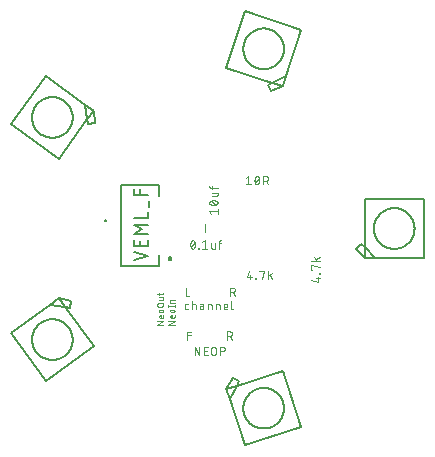
<source format=gbr>
G04 EAGLE Gerber RS-274X export*
G75*
%MOMM*%
%FSLAX34Y34*%
%LPD*%
%INSilkscreen Top*%
%IPPOS*%
%AMOC8*
5,1,8,0,0,1.08239X$1,22.5*%
G01*
%ADD10C,0.000000*%
%ADD11C,0.101600*%
%ADD12C,0.076200*%
%ADD13C,0.127000*%
%ADD14C,0.200000*%
%ADD15C,0.152400*%


D10*
X-251Y-2743D02*
X-562Y-2630D01*
X-533Y-2544D02*
X-350Y-2544D01*
X-334Y-2542D01*
X-319Y-2537D01*
X-306Y-2529D01*
X-294Y-2517D01*
X-286Y-2504D01*
X-281Y-2489D01*
X-279Y-2473D01*
X-281Y-2457D01*
X-286Y-2442D01*
X-294Y-2429D01*
X-306Y-2417D01*
X-319Y-2409D01*
X-334Y-2404D01*
X-350Y-2402D01*
X-350Y-2403D02*
X-533Y-2403D01*
X-378Y-2288D02*
X-350Y-2217D01*
X-378Y-2288D02*
X-383Y-2298D01*
X-392Y-2305D01*
X-402Y-2310D01*
X-414Y-2311D01*
X-425Y-2309D01*
X-435Y-2303D01*
X-442Y-2295D01*
X-447Y-2285D01*
X-449Y-2273D01*
X-449Y-2274D02*
X-447Y-2252D01*
X-442Y-2231D01*
X-435Y-2210D01*
X-350Y-2217D02*
X-345Y-2207D01*
X-336Y-2200D01*
X-326Y-2195D01*
X-314Y-2194D01*
X-303Y-2196D01*
X-293Y-2202D01*
X-286Y-2210D01*
X-281Y-2220D01*
X-279Y-2232D01*
X-279Y-2231D02*
X-281Y-2258D01*
X-286Y-2284D01*
X-293Y-2309D01*
X-279Y-2069D02*
X-279Y-1998D01*
X-280Y-2069D02*
X-281Y-2080D01*
X-286Y-2090D01*
X-292Y-2099D01*
X-301Y-2105D01*
X-311Y-2110D01*
X-322Y-2111D01*
X-392Y-2111D01*
X-392Y-2110D02*
X-405Y-2108D01*
X-418Y-2104D01*
X-429Y-2096D01*
X-438Y-2086D01*
X-444Y-2074D01*
X-448Y-2061D01*
X-448Y-2047D01*
X-444Y-2034D01*
X-438Y-2022D01*
X-429Y-2012D01*
X-418Y-2004D01*
X-405Y-2000D01*
X-392Y-1998D01*
X-364Y-1998D01*
X-364Y-2111D01*
X-279Y-1904D02*
X-449Y-1904D01*
X-449Y-1820D01*
X-421Y-1820D01*
X-378Y-1732D02*
X-350Y-1661D01*
X-378Y-1732D02*
X-383Y-1742D01*
X-392Y-1749D01*
X-402Y-1754D01*
X-414Y-1755D01*
X-425Y-1753D01*
X-435Y-1747D01*
X-442Y-1739D01*
X-447Y-1729D01*
X-449Y-1717D01*
X-449Y-1718D02*
X-447Y-1696D01*
X-442Y-1675D01*
X-435Y-1654D01*
X-350Y-1661D02*
X-345Y-1651D01*
X-336Y-1644D01*
X-326Y-1639D01*
X-314Y-1638D01*
X-303Y-1640D01*
X-293Y-1646D01*
X-286Y-1654D01*
X-281Y-1664D01*
X-279Y-1676D01*
X-279Y-1675D02*
X-281Y-1702D01*
X-286Y-1728D01*
X-293Y-1753D01*
X-251Y-1562D02*
X-562Y-1449D01*
X-449Y-1364D02*
X-279Y-1364D01*
X-449Y-1364D02*
X-449Y-1294D01*
X-448Y-1294D02*
X-447Y-1283D01*
X-442Y-1273D01*
X-436Y-1264D01*
X-427Y-1258D01*
X-417Y-1253D01*
X-406Y-1252D01*
X-406Y-1251D02*
X-279Y-1251D01*
X-378Y-1110D02*
X-378Y-1046D01*
X-378Y-1110D02*
X-376Y-1123D01*
X-371Y-1135D01*
X-364Y-1145D01*
X-354Y-1152D01*
X-342Y-1157D01*
X-329Y-1159D01*
X-316Y-1157D01*
X-305Y-1152D01*
X-294Y-1145D01*
X-287Y-1135D01*
X-282Y-1123D01*
X-280Y-1110D01*
X-279Y-1110D02*
X-279Y-1046D01*
X-406Y-1046D01*
X-406Y-1047D02*
X-417Y-1048D01*
X-427Y-1053D01*
X-436Y-1059D01*
X-442Y-1068D01*
X-447Y-1078D01*
X-448Y-1089D01*
X-449Y-1089D02*
X-449Y-1145D01*
X-449Y-970D02*
X-449Y-886D01*
X-533Y-942D02*
X-322Y-942D01*
X-311Y-941D01*
X-301Y-936D01*
X-292Y-930D01*
X-286Y-921D01*
X-281Y-911D01*
X-280Y-900D01*
X-279Y-900D02*
X-279Y-886D01*
X-279Y-801D02*
X-533Y-801D01*
X-449Y-801D02*
X-449Y-730D01*
X-448Y-730D02*
X-447Y-719D01*
X-442Y-709D01*
X-436Y-700D01*
X-427Y-694D01*
X-417Y-689D01*
X-406Y-688D01*
X-279Y-688D01*
X-378Y-546D02*
X-378Y-483D01*
X-378Y-546D02*
X-376Y-559D01*
X-371Y-571D01*
X-364Y-581D01*
X-354Y-588D01*
X-342Y-593D01*
X-329Y-595D01*
X-316Y-593D01*
X-305Y-588D01*
X-294Y-581D01*
X-287Y-571D01*
X-282Y-559D01*
X-280Y-546D01*
X-279Y-546D02*
X-279Y-483D01*
X-406Y-483D01*
X-417Y-484D01*
X-427Y-489D01*
X-436Y-495D01*
X-442Y-504D01*
X-447Y-514D01*
X-448Y-525D01*
X-449Y-525D02*
X-449Y-581D01*
X-449Y-382D02*
X-279Y-382D01*
X-449Y-382D02*
X-449Y-311D01*
X-448Y-311D02*
X-447Y-300D01*
X-442Y-290D01*
X-436Y-281D01*
X-427Y-275D01*
X-417Y-270D01*
X-406Y-269D01*
X-279Y-269D01*
X-251Y-183D02*
X-562Y-71D01*
X-533Y16D02*
X-279Y16D01*
X-533Y16D02*
X-533Y86D01*
X-534Y86D02*
X-532Y102D01*
X-527Y117D01*
X-519Y130D01*
X-507Y142D01*
X-494Y150D01*
X-479Y155D01*
X-463Y157D01*
X-350Y157D01*
X-334Y155D01*
X-319Y150D01*
X-306Y142D01*
X-294Y130D01*
X-286Y117D01*
X-281Y102D01*
X-279Y86D01*
X-279Y16D01*
X-279Y293D02*
X-279Y364D01*
X-280Y293D02*
X-281Y282D01*
X-286Y272D01*
X-292Y263D01*
X-301Y257D01*
X-311Y252D01*
X-322Y251D01*
X-392Y251D01*
X-405Y253D01*
X-418Y257D01*
X-429Y265D01*
X-438Y275D01*
X-444Y287D01*
X-448Y300D01*
X-448Y314D01*
X-444Y327D01*
X-438Y339D01*
X-429Y349D01*
X-418Y357D01*
X-405Y361D01*
X-392Y363D01*
X-392Y364D02*
X-364Y364D01*
X-364Y251D01*
X-378Y470D02*
X-350Y541D01*
X-378Y470D02*
X-383Y460D01*
X-392Y453D01*
X-402Y448D01*
X-414Y447D01*
X-425Y449D01*
X-435Y455D01*
X-442Y463D01*
X-447Y473D01*
X-449Y485D01*
X-449Y484D02*
X-447Y506D01*
X-442Y527D01*
X-435Y548D01*
X-350Y541D02*
X-345Y551D01*
X-336Y558D01*
X-326Y563D01*
X-314Y564D01*
X-303Y562D01*
X-293Y556D01*
X-286Y548D01*
X-281Y538D01*
X-279Y526D01*
X-279Y527D02*
X-281Y500D01*
X-286Y474D01*
X-293Y449D01*
X-279Y656D02*
X-533Y656D01*
X-449Y769D02*
X-364Y656D01*
X-399Y705D02*
X-279Y769D01*
X-449Y828D02*
X-449Y912D01*
X-533Y856D02*
X-322Y856D01*
X-311Y857D01*
X-301Y862D01*
X-292Y868D01*
X-286Y877D01*
X-281Y887D01*
X-280Y898D01*
X-279Y898D02*
X-279Y912D01*
X-336Y990D02*
X-392Y990D01*
X-405Y992D01*
X-418Y996D01*
X-429Y1004D01*
X-438Y1014D01*
X-444Y1026D01*
X-448Y1039D01*
X-448Y1053D01*
X-444Y1066D01*
X-438Y1078D01*
X-429Y1088D01*
X-418Y1096D01*
X-405Y1100D01*
X-392Y1102D01*
X-392Y1103D02*
X-336Y1103D01*
X-336Y1102D02*
X-323Y1100D01*
X-310Y1096D01*
X-299Y1088D01*
X-290Y1078D01*
X-284Y1066D01*
X-280Y1053D01*
X-280Y1039D01*
X-284Y1026D01*
X-290Y1014D01*
X-299Y1004D01*
X-310Y996D01*
X-323Y992D01*
X-336Y990D01*
X-449Y1196D02*
X-195Y1196D01*
X-449Y1196D02*
X-449Y1267D01*
X-448Y1267D02*
X-447Y1278D01*
X-442Y1288D01*
X-436Y1297D01*
X-427Y1303D01*
X-417Y1308D01*
X-406Y1309D01*
X-322Y1309D01*
X-311Y1308D01*
X-301Y1303D01*
X-292Y1297D01*
X-286Y1288D01*
X-281Y1278D01*
X-280Y1267D01*
X-279Y1267D02*
X-279Y1196D01*
X-251Y1386D02*
X-562Y1499D01*
X-449Y1586D02*
X-279Y1586D01*
X-449Y1586D02*
X-449Y1713D01*
X-448Y1713D02*
X-447Y1724D01*
X-442Y1734D01*
X-436Y1743D01*
X-427Y1749D01*
X-417Y1754D01*
X-406Y1755D01*
X-406Y1756D02*
X-279Y1756D01*
X-279Y1671D02*
X-449Y1671D01*
X-392Y1851D02*
X-336Y1851D01*
X-392Y1851D02*
X-405Y1853D01*
X-418Y1857D01*
X-429Y1865D01*
X-438Y1875D01*
X-444Y1887D01*
X-448Y1900D01*
X-448Y1914D01*
X-444Y1927D01*
X-438Y1939D01*
X-429Y1949D01*
X-418Y1957D01*
X-405Y1961D01*
X-392Y1963D01*
X-392Y1964D02*
X-336Y1964D01*
X-336Y1963D02*
X-323Y1961D01*
X-310Y1957D01*
X-299Y1949D01*
X-290Y1939D01*
X-284Y1927D01*
X-280Y1914D01*
X-280Y1900D01*
X-284Y1887D01*
X-290Y1875D01*
X-299Y1865D01*
X-310Y1857D01*
X-323Y1853D01*
X-336Y1851D01*
X-449Y2031D02*
X-449Y2116D01*
X-533Y2060D02*
X-322Y2060D01*
X-311Y2061D01*
X-301Y2066D01*
X-292Y2072D01*
X-286Y2081D01*
X-281Y2091D01*
X-280Y2102D01*
X-279Y2102D02*
X-279Y2116D01*
X-279Y2201D02*
X-533Y2201D01*
X-449Y2201D02*
X-449Y2272D01*
X-448Y2272D02*
X-447Y2283D01*
X-442Y2293D01*
X-436Y2302D01*
X-427Y2308D01*
X-417Y2313D01*
X-406Y2314D01*
X-279Y2314D01*
X-251Y2399D02*
X-251Y2512D01*
X-406Y2591D02*
X-430Y2592D01*
X-453Y2596D01*
X-476Y2603D01*
X-498Y2612D01*
X-509Y2617D01*
X-519Y2626D01*
X-527Y2636D01*
X-531Y2648D01*
X-533Y2661D01*
X-531Y2674D01*
X-527Y2686D01*
X-519Y2696D01*
X-509Y2705D01*
X-498Y2710D01*
X-498Y2711D02*
X-476Y2720D01*
X-453Y2727D01*
X-430Y2731D01*
X-406Y2732D01*
X-406Y2590D02*
X-382Y2591D01*
X-359Y2595D01*
X-336Y2602D01*
X-314Y2611D01*
X-315Y2612D02*
X-304Y2617D01*
X-294Y2626D01*
X-286Y2636D01*
X-282Y2648D01*
X-280Y2661D01*
X-314Y2711D02*
X-336Y2720D01*
X-359Y2727D01*
X-382Y2731D01*
X-406Y2732D01*
X-315Y2710D02*
X-304Y2705D01*
X-294Y2696D01*
X-286Y2686D01*
X-282Y2674D01*
X-280Y2661D01*
X-336Y2605D02*
X-477Y2718D01*
X-477Y2819D02*
X-533Y2890D01*
X-279Y2890D01*
X-279Y2960D02*
X-279Y2819D01*
X-279Y3043D02*
X-294Y3043D01*
X-294Y3057D01*
X-279Y3057D01*
X-279Y3043D01*
X-279Y3146D02*
X-533Y3146D01*
X-279Y3146D02*
X-279Y3217D01*
X-280Y3217D02*
X-281Y3228D01*
X-286Y3238D01*
X-292Y3247D01*
X-301Y3253D01*
X-311Y3258D01*
X-322Y3259D01*
X-406Y3259D01*
X-417Y3258D01*
X-427Y3253D01*
X-436Y3247D01*
X-442Y3238D01*
X-447Y3228D01*
X-448Y3217D01*
X-449Y3217D02*
X-449Y3146D01*
X-449Y3354D02*
X-279Y3354D01*
X-449Y3354D02*
X-449Y3481D01*
X-448Y3481D02*
X-447Y3492D01*
X-442Y3502D01*
X-436Y3511D01*
X-427Y3517D01*
X-417Y3522D01*
X-406Y3523D01*
X-279Y3523D01*
X-279Y3438D02*
X-449Y3438D01*
X-449Y3626D02*
X-195Y3626D01*
X-449Y3626D02*
X-449Y3697D01*
X-448Y3697D02*
X-447Y3708D01*
X-442Y3718D01*
X-436Y3727D01*
X-427Y3733D01*
X-417Y3738D01*
X-406Y3739D01*
X-322Y3739D01*
X-311Y3738D01*
X-301Y3733D01*
X-292Y3727D01*
X-286Y3718D01*
X-281Y3708D01*
X-280Y3697D01*
X-279Y3697D02*
X-279Y3626D01*
D11*
X21184Y-50038D02*
X21184Y-57150D01*
X21184Y-50038D02*
X23159Y-50038D01*
X23246Y-50040D01*
X23334Y-50046D01*
X23421Y-50055D01*
X23507Y-50069D01*
X23593Y-50086D01*
X23677Y-50107D01*
X23761Y-50132D01*
X23844Y-50161D01*
X23925Y-50193D01*
X24005Y-50228D01*
X24083Y-50267D01*
X24160Y-50310D01*
X24234Y-50356D01*
X24306Y-50405D01*
X24376Y-50457D01*
X24444Y-50513D01*
X24509Y-50571D01*
X24572Y-50632D01*
X24631Y-50696D01*
X24688Y-50763D01*
X24742Y-50831D01*
X24793Y-50903D01*
X24840Y-50976D01*
X24885Y-51051D01*
X24926Y-51129D01*
X24963Y-51208D01*
X24997Y-51288D01*
X25027Y-51370D01*
X25054Y-51453D01*
X25077Y-51538D01*
X25096Y-51623D01*
X25111Y-51709D01*
X25123Y-51796D01*
X25131Y-51883D01*
X25135Y-51970D01*
X25135Y-52058D01*
X25131Y-52145D01*
X25123Y-52232D01*
X25111Y-52319D01*
X25096Y-52405D01*
X25077Y-52490D01*
X25054Y-52575D01*
X25027Y-52658D01*
X24997Y-52740D01*
X24963Y-52820D01*
X24926Y-52899D01*
X24885Y-52977D01*
X24840Y-53052D01*
X24793Y-53125D01*
X24742Y-53197D01*
X24688Y-53265D01*
X24631Y-53332D01*
X24572Y-53396D01*
X24509Y-53457D01*
X24444Y-53515D01*
X24376Y-53571D01*
X24306Y-53623D01*
X24234Y-53672D01*
X24160Y-53718D01*
X24083Y-53761D01*
X24005Y-53800D01*
X23925Y-53835D01*
X23844Y-53867D01*
X23761Y-53896D01*
X23677Y-53921D01*
X23593Y-53942D01*
X23507Y-53959D01*
X23421Y-53973D01*
X23334Y-53982D01*
X23246Y-53988D01*
X23159Y-53990D01*
X23159Y-53989D02*
X21184Y-53989D01*
X23554Y-53989D02*
X25135Y-57150D01*
X-14328Y-68555D02*
X-15909Y-68555D01*
X-15909Y-68554D02*
X-15975Y-68552D01*
X-16042Y-68547D01*
X-16107Y-68537D01*
X-16173Y-68524D01*
X-16237Y-68508D01*
X-16300Y-68488D01*
X-16362Y-68464D01*
X-16423Y-68437D01*
X-16482Y-68406D01*
X-16539Y-68372D01*
X-16595Y-68335D01*
X-16648Y-68295D01*
X-16699Y-68253D01*
X-16747Y-68207D01*
X-16793Y-68159D01*
X-16835Y-68108D01*
X-16875Y-68055D01*
X-16912Y-67999D01*
X-16946Y-67942D01*
X-16977Y-67883D01*
X-17004Y-67822D01*
X-17028Y-67760D01*
X-17048Y-67697D01*
X-17064Y-67633D01*
X-17077Y-67567D01*
X-17087Y-67502D01*
X-17092Y-67435D01*
X-17094Y-67369D01*
X-17094Y-64999D01*
X-17092Y-64933D01*
X-17087Y-64866D01*
X-17077Y-64801D01*
X-17064Y-64735D01*
X-17048Y-64671D01*
X-17028Y-64608D01*
X-17004Y-64546D01*
X-16977Y-64485D01*
X-16946Y-64426D01*
X-16912Y-64369D01*
X-16875Y-64313D01*
X-16835Y-64260D01*
X-16793Y-64209D01*
X-16747Y-64161D01*
X-16699Y-64115D01*
X-16648Y-64073D01*
X-16595Y-64033D01*
X-16539Y-63996D01*
X-16482Y-63962D01*
X-16423Y-63931D01*
X-16362Y-63904D01*
X-16300Y-63880D01*
X-16237Y-63860D01*
X-16173Y-63844D01*
X-16107Y-63831D01*
X-16042Y-63821D01*
X-15975Y-63816D01*
X-15909Y-63814D01*
X-15909Y-63813D02*
X-14328Y-63813D01*
X-11253Y-61443D02*
X-11253Y-68555D01*
X-11253Y-63813D02*
X-9277Y-63813D01*
X-9277Y-63814D02*
X-9211Y-63816D01*
X-9144Y-63821D01*
X-9079Y-63831D01*
X-9013Y-63844D01*
X-8949Y-63860D01*
X-8886Y-63880D01*
X-8824Y-63904D01*
X-8763Y-63931D01*
X-8704Y-63962D01*
X-8647Y-63996D01*
X-8591Y-64033D01*
X-8538Y-64073D01*
X-8487Y-64115D01*
X-8439Y-64161D01*
X-8393Y-64209D01*
X-8351Y-64260D01*
X-8311Y-64313D01*
X-8274Y-64369D01*
X-8240Y-64426D01*
X-8209Y-64485D01*
X-8182Y-64545D01*
X-8159Y-64608D01*
X-8138Y-64671D01*
X-8122Y-64735D01*
X-8109Y-64800D01*
X-8099Y-64866D01*
X-8094Y-64932D01*
X-8092Y-64999D01*
X-8092Y-68555D01*
X-3335Y-65789D02*
X-1557Y-65789D01*
X-3335Y-65789D02*
X-3409Y-65791D01*
X-3482Y-65797D01*
X-3555Y-65807D01*
X-3627Y-65820D01*
X-3699Y-65838D01*
X-3769Y-65859D01*
X-3839Y-65884D01*
X-3906Y-65913D01*
X-3973Y-65945D01*
X-4037Y-65980D01*
X-4100Y-66020D01*
X-4160Y-66062D01*
X-4218Y-66107D01*
X-4273Y-66156D01*
X-4326Y-66207D01*
X-4376Y-66261D01*
X-4423Y-66318D01*
X-4467Y-66377D01*
X-4507Y-66438D01*
X-4545Y-66502D01*
X-4579Y-66567D01*
X-4609Y-66634D01*
X-4636Y-66703D01*
X-4659Y-66773D01*
X-4678Y-66844D01*
X-4694Y-66916D01*
X-4706Y-66988D01*
X-4714Y-67062D01*
X-4718Y-67135D01*
X-4718Y-67209D01*
X-4714Y-67282D01*
X-4706Y-67356D01*
X-4694Y-67428D01*
X-4678Y-67500D01*
X-4659Y-67571D01*
X-4636Y-67641D01*
X-4609Y-67710D01*
X-4579Y-67777D01*
X-4545Y-67842D01*
X-4507Y-67906D01*
X-4467Y-67967D01*
X-4423Y-68026D01*
X-4376Y-68083D01*
X-4326Y-68137D01*
X-4273Y-68188D01*
X-4218Y-68237D01*
X-4160Y-68282D01*
X-4100Y-68324D01*
X-4037Y-68364D01*
X-3973Y-68399D01*
X-3906Y-68431D01*
X-3839Y-68460D01*
X-3769Y-68485D01*
X-3699Y-68506D01*
X-3627Y-68524D01*
X-3555Y-68537D01*
X-3482Y-68547D01*
X-3409Y-68553D01*
X-3335Y-68555D01*
X-1557Y-68555D01*
X-1557Y-64999D01*
X-1559Y-64933D01*
X-1564Y-64866D01*
X-1574Y-64801D01*
X-1587Y-64735D01*
X-1603Y-64671D01*
X-1624Y-64608D01*
X-1647Y-64546D01*
X-1674Y-64485D01*
X-1705Y-64426D01*
X-1739Y-64369D01*
X-1776Y-64313D01*
X-1816Y-64260D01*
X-1858Y-64209D01*
X-1904Y-64161D01*
X-1952Y-64115D01*
X-2003Y-64073D01*
X-2056Y-64033D01*
X-2112Y-63996D01*
X-2169Y-63962D01*
X-2228Y-63931D01*
X-2289Y-63904D01*
X-2351Y-63880D01*
X-2414Y-63860D01*
X-2478Y-63844D01*
X-2544Y-63831D01*
X-2609Y-63821D01*
X-2676Y-63816D01*
X-2742Y-63814D01*
X-2742Y-63813D02*
X-4323Y-63813D01*
X2158Y-63813D02*
X2158Y-68555D01*
X2158Y-63813D02*
X4134Y-63813D01*
X4134Y-63814D02*
X4200Y-63816D01*
X4267Y-63821D01*
X4332Y-63831D01*
X4398Y-63844D01*
X4462Y-63860D01*
X4525Y-63880D01*
X4587Y-63904D01*
X4648Y-63931D01*
X4707Y-63962D01*
X4764Y-63996D01*
X4820Y-64033D01*
X4873Y-64073D01*
X4924Y-64115D01*
X4972Y-64161D01*
X5018Y-64209D01*
X5060Y-64260D01*
X5100Y-64313D01*
X5137Y-64369D01*
X5171Y-64426D01*
X5202Y-64485D01*
X5229Y-64545D01*
X5252Y-64608D01*
X5273Y-64671D01*
X5289Y-64735D01*
X5302Y-64800D01*
X5312Y-64866D01*
X5317Y-64933D01*
X5319Y-64999D01*
X5319Y-68555D01*
X8986Y-68555D02*
X8986Y-63813D01*
X10961Y-63813D01*
X10961Y-63814D02*
X11027Y-63816D01*
X11094Y-63821D01*
X11159Y-63831D01*
X11225Y-63844D01*
X11289Y-63860D01*
X11352Y-63880D01*
X11414Y-63904D01*
X11475Y-63931D01*
X11534Y-63962D01*
X11591Y-63996D01*
X11647Y-64033D01*
X11700Y-64073D01*
X11751Y-64115D01*
X11799Y-64161D01*
X11845Y-64209D01*
X11887Y-64260D01*
X11927Y-64313D01*
X11964Y-64369D01*
X11998Y-64426D01*
X12029Y-64485D01*
X12056Y-64545D01*
X12079Y-64608D01*
X12100Y-64671D01*
X12116Y-64735D01*
X12129Y-64800D01*
X12139Y-64866D01*
X12144Y-64933D01*
X12146Y-64999D01*
X12147Y-64999D02*
X12147Y-68555D01*
X16755Y-68555D02*
X18730Y-68555D01*
X16755Y-68554D02*
X16689Y-68552D01*
X16622Y-68547D01*
X16557Y-68537D01*
X16491Y-68524D01*
X16427Y-68508D01*
X16364Y-68488D01*
X16302Y-68464D01*
X16241Y-68437D01*
X16182Y-68406D01*
X16125Y-68372D01*
X16069Y-68335D01*
X16016Y-68295D01*
X15965Y-68253D01*
X15917Y-68207D01*
X15871Y-68159D01*
X15829Y-68108D01*
X15789Y-68055D01*
X15752Y-67999D01*
X15718Y-67942D01*
X15687Y-67883D01*
X15660Y-67822D01*
X15636Y-67760D01*
X15616Y-67697D01*
X15600Y-67633D01*
X15587Y-67567D01*
X15577Y-67502D01*
X15572Y-67435D01*
X15570Y-67369D01*
X15569Y-67369D02*
X15569Y-65394D01*
X15570Y-65394D02*
X15572Y-65315D01*
X15578Y-65237D01*
X15588Y-65159D01*
X15601Y-65081D01*
X15619Y-65004D01*
X15640Y-64928D01*
X15665Y-64854D01*
X15694Y-64780D01*
X15726Y-64708D01*
X15762Y-64638D01*
X15802Y-64570D01*
X15845Y-64504D01*
X15891Y-64440D01*
X15940Y-64378D01*
X15992Y-64319D01*
X16047Y-64263D01*
X16105Y-64209D01*
X16165Y-64159D01*
X16228Y-64111D01*
X16293Y-64067D01*
X16360Y-64026D01*
X16429Y-63988D01*
X16500Y-63954D01*
X16573Y-63923D01*
X16647Y-63896D01*
X16722Y-63873D01*
X16798Y-63854D01*
X16876Y-63838D01*
X16954Y-63826D01*
X17032Y-63818D01*
X17111Y-63814D01*
X17189Y-63814D01*
X17268Y-63818D01*
X17346Y-63826D01*
X17424Y-63838D01*
X17502Y-63854D01*
X17578Y-63873D01*
X17653Y-63896D01*
X17727Y-63923D01*
X17800Y-63954D01*
X17871Y-63988D01*
X17940Y-64026D01*
X18007Y-64067D01*
X18072Y-64111D01*
X18135Y-64159D01*
X18195Y-64209D01*
X18253Y-64263D01*
X18308Y-64319D01*
X18360Y-64378D01*
X18409Y-64440D01*
X18455Y-64504D01*
X18498Y-64570D01*
X18538Y-64638D01*
X18574Y-64708D01*
X18606Y-64780D01*
X18635Y-64854D01*
X18660Y-64928D01*
X18681Y-65004D01*
X18699Y-65081D01*
X18712Y-65159D01*
X18722Y-65237D01*
X18728Y-65315D01*
X18730Y-65394D01*
X18730Y-66184D01*
X15569Y-66184D01*
X21963Y-67369D02*
X21963Y-61443D01*
X21963Y-67369D02*
X21965Y-67435D01*
X21970Y-67502D01*
X21980Y-67567D01*
X21993Y-67633D01*
X22009Y-67697D01*
X22029Y-67760D01*
X22053Y-67822D01*
X22080Y-67883D01*
X22111Y-67942D01*
X22145Y-67999D01*
X22182Y-68055D01*
X22222Y-68108D01*
X22264Y-68159D01*
X22310Y-68207D01*
X22358Y-68253D01*
X22409Y-68295D01*
X22462Y-68335D01*
X22518Y-68372D01*
X22575Y-68406D01*
X22634Y-68437D01*
X22695Y-68464D01*
X22757Y-68488D01*
X22820Y-68508D01*
X22884Y-68524D01*
X22950Y-68537D01*
X23015Y-68547D01*
X23082Y-68552D01*
X23148Y-68554D01*
X18782Y-87249D02*
X18782Y-94361D01*
X18782Y-87249D02*
X20757Y-87249D01*
X20844Y-87251D01*
X20932Y-87257D01*
X21019Y-87266D01*
X21105Y-87280D01*
X21191Y-87297D01*
X21275Y-87318D01*
X21359Y-87343D01*
X21442Y-87372D01*
X21523Y-87404D01*
X21603Y-87439D01*
X21681Y-87478D01*
X21758Y-87521D01*
X21832Y-87567D01*
X21904Y-87616D01*
X21974Y-87668D01*
X22042Y-87724D01*
X22107Y-87782D01*
X22170Y-87843D01*
X22229Y-87907D01*
X22286Y-87974D01*
X22340Y-88042D01*
X22391Y-88114D01*
X22438Y-88187D01*
X22483Y-88262D01*
X22524Y-88340D01*
X22561Y-88419D01*
X22595Y-88499D01*
X22625Y-88581D01*
X22652Y-88664D01*
X22675Y-88749D01*
X22694Y-88834D01*
X22709Y-88920D01*
X22721Y-89007D01*
X22729Y-89094D01*
X22733Y-89181D01*
X22733Y-89269D01*
X22729Y-89356D01*
X22721Y-89443D01*
X22709Y-89530D01*
X22694Y-89616D01*
X22675Y-89701D01*
X22652Y-89786D01*
X22625Y-89869D01*
X22595Y-89951D01*
X22561Y-90031D01*
X22524Y-90110D01*
X22483Y-90188D01*
X22438Y-90263D01*
X22391Y-90336D01*
X22340Y-90408D01*
X22286Y-90476D01*
X22229Y-90543D01*
X22170Y-90607D01*
X22107Y-90668D01*
X22042Y-90726D01*
X21974Y-90782D01*
X21904Y-90834D01*
X21832Y-90883D01*
X21758Y-90929D01*
X21681Y-90972D01*
X21603Y-91011D01*
X21523Y-91046D01*
X21442Y-91078D01*
X21359Y-91107D01*
X21275Y-91132D01*
X21191Y-91153D01*
X21105Y-91170D01*
X21019Y-91184D01*
X20932Y-91193D01*
X20844Y-91199D01*
X20757Y-91201D01*
X20757Y-91200D02*
X18782Y-91200D01*
X21153Y-91200D02*
X22733Y-94361D01*
X-15404Y-94590D02*
X-15404Y-87478D01*
X-12243Y-87478D01*
X-12243Y-90639D02*
X-15404Y-90639D01*
X-9042Y-100203D02*
X-9042Y-107315D01*
X-5091Y-107315D02*
X-9042Y-100203D01*
X-5091Y-100203D02*
X-5091Y-107315D01*
X-1221Y-107315D02*
X1940Y-107315D01*
X-1221Y-107315D02*
X-1221Y-100203D01*
X1940Y-100203D01*
X1150Y-103364D02*
X-1221Y-103364D01*
X4856Y-102179D02*
X4856Y-105340D01*
X4856Y-102179D02*
X4858Y-102092D01*
X4864Y-102004D01*
X4873Y-101917D01*
X4887Y-101831D01*
X4904Y-101745D01*
X4925Y-101661D01*
X4950Y-101577D01*
X4979Y-101494D01*
X5011Y-101413D01*
X5046Y-101333D01*
X5085Y-101255D01*
X5128Y-101178D01*
X5174Y-101104D01*
X5223Y-101032D01*
X5275Y-100962D01*
X5331Y-100894D01*
X5389Y-100829D01*
X5450Y-100766D01*
X5514Y-100707D01*
X5581Y-100650D01*
X5649Y-100596D01*
X5721Y-100545D01*
X5794Y-100498D01*
X5869Y-100453D01*
X5947Y-100412D01*
X6026Y-100375D01*
X6106Y-100341D01*
X6188Y-100311D01*
X6271Y-100284D01*
X6356Y-100261D01*
X6441Y-100242D01*
X6527Y-100227D01*
X6614Y-100215D01*
X6701Y-100207D01*
X6788Y-100203D01*
X6876Y-100203D01*
X6963Y-100207D01*
X7050Y-100215D01*
X7137Y-100227D01*
X7223Y-100242D01*
X7308Y-100261D01*
X7393Y-100284D01*
X7476Y-100311D01*
X7558Y-100341D01*
X7638Y-100375D01*
X7717Y-100412D01*
X7795Y-100453D01*
X7870Y-100498D01*
X7943Y-100545D01*
X8015Y-100596D01*
X8083Y-100650D01*
X8150Y-100707D01*
X8214Y-100766D01*
X8275Y-100829D01*
X8333Y-100894D01*
X8389Y-100962D01*
X8441Y-101032D01*
X8490Y-101104D01*
X8536Y-101178D01*
X8579Y-101255D01*
X8618Y-101333D01*
X8653Y-101413D01*
X8685Y-101494D01*
X8714Y-101577D01*
X8739Y-101661D01*
X8760Y-101745D01*
X8777Y-101831D01*
X8791Y-101917D01*
X8800Y-102004D01*
X8806Y-102092D01*
X8808Y-102179D01*
X8808Y-105340D01*
X8806Y-105427D01*
X8800Y-105515D01*
X8791Y-105602D01*
X8777Y-105688D01*
X8760Y-105774D01*
X8739Y-105858D01*
X8714Y-105942D01*
X8685Y-106025D01*
X8653Y-106106D01*
X8618Y-106186D01*
X8579Y-106264D01*
X8536Y-106341D01*
X8490Y-106415D01*
X8441Y-106487D01*
X8389Y-106557D01*
X8333Y-106625D01*
X8275Y-106690D01*
X8214Y-106753D01*
X8150Y-106812D01*
X8083Y-106869D01*
X8015Y-106923D01*
X7943Y-106974D01*
X7870Y-107021D01*
X7795Y-107066D01*
X7717Y-107107D01*
X7638Y-107144D01*
X7558Y-107178D01*
X7476Y-107208D01*
X7393Y-107235D01*
X7308Y-107258D01*
X7223Y-107277D01*
X7137Y-107292D01*
X7050Y-107304D01*
X6963Y-107312D01*
X6876Y-107316D01*
X6788Y-107316D01*
X6701Y-107312D01*
X6614Y-107304D01*
X6527Y-107292D01*
X6441Y-107277D01*
X6356Y-107258D01*
X6271Y-107235D01*
X6188Y-107208D01*
X6106Y-107178D01*
X6026Y-107144D01*
X5947Y-107107D01*
X5869Y-107066D01*
X5794Y-107021D01*
X5721Y-106974D01*
X5649Y-106923D01*
X5581Y-106869D01*
X5514Y-106812D01*
X5450Y-106753D01*
X5389Y-106690D01*
X5331Y-106625D01*
X5275Y-106557D01*
X5223Y-106487D01*
X5174Y-106415D01*
X5128Y-106341D01*
X5085Y-106264D01*
X5046Y-106186D01*
X5011Y-106106D01*
X4979Y-106025D01*
X4950Y-105942D01*
X4925Y-105858D01*
X4904Y-105774D01*
X4887Y-105688D01*
X4873Y-105602D01*
X4864Y-105515D01*
X4858Y-105427D01*
X4856Y-105340D01*
X12554Y-107315D02*
X12554Y-100203D01*
X14530Y-100203D01*
X14617Y-100205D01*
X14705Y-100211D01*
X14792Y-100220D01*
X14878Y-100234D01*
X14964Y-100251D01*
X15048Y-100272D01*
X15132Y-100297D01*
X15215Y-100326D01*
X15296Y-100358D01*
X15376Y-100393D01*
X15454Y-100432D01*
X15531Y-100475D01*
X15605Y-100521D01*
X15677Y-100570D01*
X15747Y-100622D01*
X15815Y-100678D01*
X15880Y-100736D01*
X15943Y-100797D01*
X16002Y-100861D01*
X16059Y-100928D01*
X16113Y-100996D01*
X16164Y-101068D01*
X16211Y-101141D01*
X16256Y-101216D01*
X16297Y-101294D01*
X16334Y-101373D01*
X16368Y-101453D01*
X16398Y-101535D01*
X16425Y-101618D01*
X16448Y-101703D01*
X16467Y-101788D01*
X16482Y-101874D01*
X16494Y-101961D01*
X16502Y-102048D01*
X16506Y-102135D01*
X16506Y-102223D01*
X16502Y-102310D01*
X16494Y-102397D01*
X16482Y-102484D01*
X16467Y-102570D01*
X16448Y-102655D01*
X16425Y-102740D01*
X16398Y-102823D01*
X16368Y-102905D01*
X16334Y-102985D01*
X16297Y-103064D01*
X16256Y-103142D01*
X16211Y-103217D01*
X16164Y-103290D01*
X16113Y-103362D01*
X16059Y-103430D01*
X16002Y-103497D01*
X15943Y-103561D01*
X15880Y-103622D01*
X15815Y-103680D01*
X15747Y-103736D01*
X15677Y-103788D01*
X15605Y-103837D01*
X15531Y-103883D01*
X15454Y-103926D01*
X15376Y-103965D01*
X15296Y-104000D01*
X15215Y-104032D01*
X15132Y-104061D01*
X15048Y-104086D01*
X14964Y-104107D01*
X14878Y-104124D01*
X14792Y-104138D01*
X14705Y-104147D01*
X14617Y-104153D01*
X14530Y-104155D01*
X14530Y-104154D02*
X12554Y-104154D01*
X-16623Y-57379D02*
X-16623Y-50267D01*
X-16623Y-57379D02*
X-13462Y-57379D01*
D12*
X-25984Y-81382D02*
X-31318Y-81382D01*
X-25984Y-78418D01*
X-31318Y-78418D01*
X-25984Y-74893D02*
X-25984Y-73411D01*
X-25984Y-74893D02*
X-25986Y-74951D01*
X-25992Y-75009D01*
X-26001Y-75066D01*
X-26014Y-75123D01*
X-26031Y-75179D01*
X-26052Y-75233D01*
X-26076Y-75286D01*
X-26103Y-75338D01*
X-26134Y-75387D01*
X-26168Y-75434D01*
X-26205Y-75479D01*
X-26244Y-75522D01*
X-26287Y-75561D01*
X-26332Y-75598D01*
X-26379Y-75632D01*
X-26428Y-75663D01*
X-26480Y-75690D01*
X-26533Y-75714D01*
X-26587Y-75735D01*
X-26643Y-75752D01*
X-26700Y-75765D01*
X-26757Y-75774D01*
X-26815Y-75780D01*
X-26873Y-75782D01*
X-28355Y-75782D01*
X-28355Y-75781D02*
X-28423Y-75779D01*
X-28490Y-75773D01*
X-28557Y-75764D01*
X-28623Y-75750D01*
X-28689Y-75733D01*
X-28753Y-75712D01*
X-28816Y-75688D01*
X-28878Y-75659D01*
X-28938Y-75628D01*
X-28996Y-75593D01*
X-29052Y-75555D01*
X-29105Y-75513D01*
X-29156Y-75469D01*
X-29205Y-75422D01*
X-29251Y-75372D01*
X-29293Y-75320D01*
X-29333Y-75265D01*
X-29370Y-75208D01*
X-29403Y-75149D01*
X-29433Y-75088D01*
X-29459Y-75026D01*
X-29482Y-74962D01*
X-29501Y-74897D01*
X-29516Y-74831D01*
X-29528Y-74765D01*
X-29536Y-74697D01*
X-29540Y-74630D01*
X-29540Y-74562D01*
X-29536Y-74495D01*
X-29528Y-74427D01*
X-29516Y-74361D01*
X-29501Y-74295D01*
X-29482Y-74230D01*
X-29459Y-74166D01*
X-29433Y-74104D01*
X-29403Y-74043D01*
X-29370Y-73984D01*
X-29333Y-73927D01*
X-29293Y-73872D01*
X-29251Y-73820D01*
X-29205Y-73770D01*
X-29156Y-73723D01*
X-29105Y-73679D01*
X-29052Y-73637D01*
X-28996Y-73599D01*
X-28938Y-73564D01*
X-28878Y-73533D01*
X-28816Y-73504D01*
X-28753Y-73480D01*
X-28689Y-73459D01*
X-28623Y-73442D01*
X-28557Y-73428D01*
X-28490Y-73419D01*
X-28423Y-73413D01*
X-28355Y-73411D01*
X-27762Y-73411D01*
X-27762Y-75782D01*
X-27170Y-71027D02*
X-28355Y-71027D01*
X-28423Y-71025D01*
X-28490Y-71019D01*
X-28557Y-71010D01*
X-28623Y-70996D01*
X-28689Y-70979D01*
X-28753Y-70958D01*
X-28816Y-70934D01*
X-28878Y-70905D01*
X-28938Y-70874D01*
X-28996Y-70839D01*
X-29052Y-70801D01*
X-29105Y-70759D01*
X-29156Y-70715D01*
X-29205Y-70668D01*
X-29251Y-70618D01*
X-29293Y-70566D01*
X-29333Y-70511D01*
X-29370Y-70454D01*
X-29403Y-70395D01*
X-29433Y-70334D01*
X-29459Y-70272D01*
X-29482Y-70208D01*
X-29501Y-70143D01*
X-29516Y-70077D01*
X-29528Y-70011D01*
X-29536Y-69943D01*
X-29540Y-69876D01*
X-29540Y-69808D01*
X-29536Y-69741D01*
X-29528Y-69673D01*
X-29516Y-69607D01*
X-29501Y-69541D01*
X-29482Y-69476D01*
X-29459Y-69412D01*
X-29433Y-69350D01*
X-29403Y-69289D01*
X-29370Y-69230D01*
X-29333Y-69173D01*
X-29293Y-69118D01*
X-29251Y-69066D01*
X-29205Y-69016D01*
X-29156Y-68969D01*
X-29105Y-68925D01*
X-29052Y-68883D01*
X-28996Y-68845D01*
X-28938Y-68810D01*
X-28878Y-68779D01*
X-28816Y-68750D01*
X-28753Y-68726D01*
X-28689Y-68705D01*
X-28623Y-68688D01*
X-28557Y-68674D01*
X-28490Y-68665D01*
X-28423Y-68659D01*
X-28355Y-68657D01*
X-28355Y-68656D02*
X-27170Y-68656D01*
X-27170Y-68657D02*
X-27102Y-68659D01*
X-27035Y-68665D01*
X-26968Y-68674D01*
X-26902Y-68688D01*
X-26836Y-68705D01*
X-26772Y-68726D01*
X-26709Y-68750D01*
X-26647Y-68779D01*
X-26587Y-68810D01*
X-26529Y-68845D01*
X-26473Y-68883D01*
X-26420Y-68925D01*
X-26369Y-68969D01*
X-26320Y-69016D01*
X-26274Y-69066D01*
X-26232Y-69118D01*
X-26192Y-69173D01*
X-26155Y-69230D01*
X-26122Y-69289D01*
X-26092Y-69350D01*
X-26066Y-69412D01*
X-26043Y-69476D01*
X-26024Y-69541D01*
X-26009Y-69607D01*
X-25997Y-69673D01*
X-25989Y-69741D01*
X-25985Y-69808D01*
X-25985Y-69876D01*
X-25989Y-69943D01*
X-25997Y-70011D01*
X-26009Y-70077D01*
X-26024Y-70143D01*
X-26043Y-70208D01*
X-26066Y-70272D01*
X-26092Y-70334D01*
X-26122Y-70395D01*
X-26155Y-70454D01*
X-26192Y-70511D01*
X-26232Y-70566D01*
X-26274Y-70618D01*
X-26320Y-70668D01*
X-26369Y-70715D01*
X-26420Y-70759D01*
X-26473Y-70801D01*
X-26529Y-70839D01*
X-26587Y-70874D01*
X-26647Y-70905D01*
X-26709Y-70934D01*
X-26772Y-70958D01*
X-26836Y-70979D01*
X-26902Y-70996D01*
X-26968Y-71010D01*
X-27035Y-71019D01*
X-27102Y-71025D01*
X-27170Y-71027D01*
X-25984Y-65818D02*
X-31318Y-65818D01*
X-25984Y-66411D02*
X-25984Y-65226D01*
X-31318Y-65226D02*
X-31318Y-66411D01*
X-29540Y-62797D02*
X-25984Y-62797D01*
X-29540Y-62797D02*
X-29540Y-61316D01*
X-29538Y-61258D01*
X-29532Y-61200D01*
X-29523Y-61143D01*
X-29510Y-61086D01*
X-29493Y-61030D01*
X-29472Y-60976D01*
X-29448Y-60923D01*
X-29421Y-60872D01*
X-29390Y-60822D01*
X-29356Y-60775D01*
X-29319Y-60730D01*
X-29280Y-60687D01*
X-29237Y-60648D01*
X-29192Y-60611D01*
X-29145Y-60577D01*
X-29096Y-60546D01*
X-29044Y-60519D01*
X-28991Y-60495D01*
X-28937Y-60474D01*
X-28881Y-60457D01*
X-28824Y-60444D01*
X-28767Y-60435D01*
X-28709Y-60429D01*
X-28651Y-60427D01*
X-25984Y-60427D01*
X-35484Y-81382D02*
X-40818Y-81382D01*
X-35484Y-78418D01*
X-40818Y-78418D01*
X-35484Y-74893D02*
X-35484Y-73411D01*
X-35484Y-74893D02*
X-35486Y-74951D01*
X-35492Y-75009D01*
X-35501Y-75066D01*
X-35514Y-75123D01*
X-35531Y-75179D01*
X-35552Y-75233D01*
X-35576Y-75286D01*
X-35603Y-75338D01*
X-35634Y-75387D01*
X-35668Y-75434D01*
X-35705Y-75479D01*
X-35744Y-75522D01*
X-35787Y-75561D01*
X-35832Y-75598D01*
X-35879Y-75632D01*
X-35929Y-75663D01*
X-35980Y-75690D01*
X-36033Y-75714D01*
X-36087Y-75735D01*
X-36143Y-75752D01*
X-36200Y-75765D01*
X-36257Y-75774D01*
X-36315Y-75780D01*
X-36373Y-75782D01*
X-37854Y-75782D01*
X-37854Y-75781D02*
X-37922Y-75779D01*
X-37989Y-75773D01*
X-38056Y-75764D01*
X-38122Y-75750D01*
X-38188Y-75733D01*
X-38252Y-75712D01*
X-38315Y-75688D01*
X-38377Y-75659D01*
X-38437Y-75628D01*
X-38495Y-75593D01*
X-38551Y-75555D01*
X-38604Y-75513D01*
X-38655Y-75469D01*
X-38704Y-75422D01*
X-38750Y-75372D01*
X-38792Y-75320D01*
X-38832Y-75265D01*
X-38869Y-75208D01*
X-38902Y-75149D01*
X-38932Y-75088D01*
X-38958Y-75026D01*
X-38981Y-74962D01*
X-39000Y-74897D01*
X-39015Y-74831D01*
X-39027Y-74765D01*
X-39035Y-74697D01*
X-39039Y-74630D01*
X-39039Y-74562D01*
X-39035Y-74495D01*
X-39027Y-74427D01*
X-39015Y-74361D01*
X-39000Y-74295D01*
X-38981Y-74230D01*
X-38958Y-74166D01*
X-38932Y-74104D01*
X-38902Y-74043D01*
X-38869Y-73984D01*
X-38832Y-73927D01*
X-38792Y-73872D01*
X-38750Y-73820D01*
X-38704Y-73770D01*
X-38655Y-73723D01*
X-38604Y-73679D01*
X-38551Y-73637D01*
X-38495Y-73599D01*
X-38437Y-73564D01*
X-38377Y-73533D01*
X-38315Y-73504D01*
X-38252Y-73480D01*
X-38188Y-73459D01*
X-38122Y-73442D01*
X-38056Y-73428D01*
X-37989Y-73419D01*
X-37922Y-73413D01*
X-37854Y-73411D01*
X-37262Y-73411D01*
X-37262Y-75782D01*
X-36669Y-71027D02*
X-37854Y-71027D01*
X-37922Y-71025D01*
X-37989Y-71019D01*
X-38056Y-71010D01*
X-38122Y-70996D01*
X-38188Y-70979D01*
X-38252Y-70958D01*
X-38315Y-70934D01*
X-38377Y-70905D01*
X-38437Y-70874D01*
X-38495Y-70839D01*
X-38551Y-70801D01*
X-38604Y-70759D01*
X-38655Y-70715D01*
X-38704Y-70668D01*
X-38750Y-70618D01*
X-38792Y-70566D01*
X-38832Y-70511D01*
X-38869Y-70454D01*
X-38902Y-70395D01*
X-38932Y-70334D01*
X-38958Y-70272D01*
X-38981Y-70208D01*
X-39000Y-70143D01*
X-39015Y-70077D01*
X-39027Y-70011D01*
X-39035Y-69943D01*
X-39039Y-69876D01*
X-39039Y-69808D01*
X-39035Y-69741D01*
X-39027Y-69673D01*
X-39015Y-69607D01*
X-39000Y-69541D01*
X-38981Y-69476D01*
X-38958Y-69412D01*
X-38932Y-69350D01*
X-38902Y-69289D01*
X-38869Y-69230D01*
X-38832Y-69173D01*
X-38792Y-69118D01*
X-38750Y-69066D01*
X-38704Y-69016D01*
X-38655Y-68969D01*
X-38604Y-68925D01*
X-38551Y-68883D01*
X-38495Y-68845D01*
X-38437Y-68810D01*
X-38377Y-68779D01*
X-38315Y-68750D01*
X-38252Y-68726D01*
X-38188Y-68705D01*
X-38122Y-68688D01*
X-38056Y-68674D01*
X-37989Y-68665D01*
X-37922Y-68659D01*
X-37854Y-68657D01*
X-37854Y-68656D02*
X-36669Y-68656D01*
X-36669Y-68657D02*
X-36601Y-68659D01*
X-36534Y-68665D01*
X-36467Y-68674D01*
X-36401Y-68688D01*
X-36335Y-68705D01*
X-36271Y-68726D01*
X-36208Y-68750D01*
X-36146Y-68779D01*
X-36086Y-68810D01*
X-36028Y-68845D01*
X-35972Y-68883D01*
X-35919Y-68925D01*
X-35868Y-68969D01*
X-35819Y-69016D01*
X-35773Y-69066D01*
X-35731Y-69118D01*
X-35691Y-69173D01*
X-35654Y-69230D01*
X-35621Y-69289D01*
X-35591Y-69350D01*
X-35565Y-69412D01*
X-35542Y-69476D01*
X-35523Y-69541D01*
X-35508Y-69607D01*
X-35496Y-69673D01*
X-35488Y-69741D01*
X-35484Y-69808D01*
X-35484Y-69876D01*
X-35488Y-69943D01*
X-35496Y-70011D01*
X-35508Y-70077D01*
X-35523Y-70143D01*
X-35542Y-70208D01*
X-35565Y-70272D01*
X-35591Y-70334D01*
X-35621Y-70395D01*
X-35654Y-70454D01*
X-35691Y-70511D01*
X-35731Y-70566D01*
X-35773Y-70618D01*
X-35819Y-70668D01*
X-35868Y-70715D01*
X-35919Y-70759D01*
X-35972Y-70801D01*
X-36028Y-70839D01*
X-36086Y-70874D01*
X-36146Y-70905D01*
X-36208Y-70934D01*
X-36271Y-70958D01*
X-36335Y-70979D01*
X-36401Y-70996D01*
X-36467Y-71010D01*
X-36534Y-71019D01*
X-36601Y-71025D01*
X-36669Y-71027D01*
X-36965Y-66203D02*
X-39336Y-66203D01*
X-39412Y-66201D01*
X-39488Y-66195D01*
X-39564Y-66185D01*
X-39639Y-66172D01*
X-39713Y-66154D01*
X-39787Y-66133D01*
X-39859Y-66108D01*
X-39929Y-66079D01*
X-39999Y-66047D01*
X-40066Y-66011D01*
X-40131Y-65971D01*
X-40195Y-65929D01*
X-40256Y-65883D01*
X-40314Y-65834D01*
X-40370Y-65782D01*
X-40424Y-65728D01*
X-40474Y-65670D01*
X-40521Y-65611D01*
X-40566Y-65548D01*
X-40607Y-65484D01*
X-40644Y-65418D01*
X-40678Y-65349D01*
X-40709Y-65279D01*
X-40736Y-65208D01*
X-40759Y-65135D01*
X-40778Y-65061D01*
X-40794Y-64987D01*
X-40806Y-64911D01*
X-40814Y-64835D01*
X-40818Y-64759D01*
X-40818Y-64683D01*
X-40814Y-64607D01*
X-40806Y-64531D01*
X-40794Y-64455D01*
X-40778Y-64381D01*
X-40759Y-64307D01*
X-40736Y-64234D01*
X-40709Y-64163D01*
X-40678Y-64093D01*
X-40644Y-64024D01*
X-40607Y-63958D01*
X-40566Y-63894D01*
X-40521Y-63831D01*
X-40474Y-63772D01*
X-40424Y-63714D01*
X-40370Y-63660D01*
X-40314Y-63608D01*
X-40256Y-63559D01*
X-40195Y-63513D01*
X-40131Y-63471D01*
X-40066Y-63431D01*
X-39999Y-63395D01*
X-39929Y-63363D01*
X-39859Y-63334D01*
X-39787Y-63309D01*
X-39713Y-63288D01*
X-39639Y-63270D01*
X-39564Y-63257D01*
X-39488Y-63247D01*
X-39412Y-63241D01*
X-39336Y-63239D01*
X-36965Y-63239D01*
X-36889Y-63241D01*
X-36813Y-63247D01*
X-36737Y-63257D01*
X-36662Y-63270D01*
X-36588Y-63288D01*
X-36514Y-63309D01*
X-36442Y-63334D01*
X-36372Y-63363D01*
X-36302Y-63395D01*
X-36235Y-63431D01*
X-36170Y-63471D01*
X-36106Y-63513D01*
X-36045Y-63559D01*
X-35987Y-63608D01*
X-35931Y-63660D01*
X-35877Y-63714D01*
X-35827Y-63772D01*
X-35780Y-63831D01*
X-35735Y-63894D01*
X-35694Y-63958D01*
X-35657Y-64024D01*
X-35623Y-64093D01*
X-35592Y-64163D01*
X-35565Y-64234D01*
X-35542Y-64307D01*
X-35523Y-64381D01*
X-35507Y-64455D01*
X-35495Y-64531D01*
X-35487Y-64607D01*
X-35483Y-64683D01*
X-35483Y-64759D01*
X-35487Y-64835D01*
X-35495Y-64911D01*
X-35507Y-64987D01*
X-35523Y-65061D01*
X-35542Y-65135D01*
X-35565Y-65208D01*
X-35592Y-65279D01*
X-35623Y-65349D01*
X-35657Y-65418D01*
X-35694Y-65484D01*
X-35735Y-65548D01*
X-35780Y-65611D01*
X-35827Y-65670D01*
X-35877Y-65728D01*
X-35931Y-65782D01*
X-35987Y-65834D01*
X-36045Y-65883D01*
X-36106Y-65929D01*
X-36170Y-65971D01*
X-36235Y-66011D01*
X-36302Y-66047D01*
X-36372Y-66079D01*
X-36442Y-66108D01*
X-36514Y-66133D01*
X-36588Y-66154D01*
X-36662Y-66172D01*
X-36737Y-66185D01*
X-36813Y-66195D01*
X-36889Y-66201D01*
X-36965Y-66203D01*
X-36373Y-60603D02*
X-39040Y-60603D01*
X-36373Y-60603D02*
X-36315Y-60601D01*
X-36257Y-60595D01*
X-36200Y-60586D01*
X-36143Y-60573D01*
X-36087Y-60556D01*
X-36033Y-60535D01*
X-35980Y-60511D01*
X-35929Y-60484D01*
X-35879Y-60453D01*
X-35832Y-60419D01*
X-35787Y-60382D01*
X-35744Y-60343D01*
X-35705Y-60300D01*
X-35668Y-60255D01*
X-35634Y-60208D01*
X-35603Y-60158D01*
X-35576Y-60107D01*
X-35552Y-60054D01*
X-35531Y-60000D01*
X-35514Y-59944D01*
X-35501Y-59887D01*
X-35492Y-59830D01*
X-35486Y-59772D01*
X-35484Y-59714D01*
X-35484Y-58232D01*
X-39040Y-58232D01*
X-39040Y-56157D02*
X-39040Y-54379D01*
X-40818Y-55564D02*
X-36373Y-55564D01*
X-36315Y-55562D01*
X-36257Y-55556D01*
X-36200Y-55547D01*
X-36143Y-55534D01*
X-36087Y-55517D01*
X-36033Y-55496D01*
X-35980Y-55472D01*
X-35929Y-55445D01*
X-35879Y-55414D01*
X-35832Y-55380D01*
X-35787Y-55343D01*
X-35744Y-55304D01*
X-35705Y-55261D01*
X-35668Y-55216D01*
X-35634Y-55169D01*
X-35603Y-55119D01*
X-35576Y-55068D01*
X-35552Y-55015D01*
X-35531Y-54961D01*
X-35514Y-54905D01*
X-35501Y-54848D01*
X-35492Y-54791D01*
X-35486Y-54733D01*
X-35484Y-54675D01*
X-35484Y-54379D01*
D13*
X-134974Y-128966D02*
X-164363Y-88515D01*
X-131193Y-64416D01*
X-123912Y-59126D01*
X-118622Y-66407D01*
X-94523Y-99577D01*
X-134974Y-128966D01*
X-131193Y-64416D02*
X-118622Y-66407D01*
X-114432Y-67071D01*
X-113547Y-61484D01*
X-123912Y-59126D01*
X-146648Y-94046D02*
X-146643Y-93624D01*
X-146627Y-93202D01*
X-146601Y-92780D01*
X-146565Y-92360D01*
X-146519Y-91940D01*
X-146462Y-91522D01*
X-146395Y-91105D01*
X-146317Y-90689D01*
X-146230Y-90276D01*
X-146132Y-89866D01*
X-146025Y-89457D01*
X-145907Y-89052D01*
X-145780Y-88649D01*
X-145642Y-88250D01*
X-145495Y-87854D01*
X-145338Y-87462D01*
X-145172Y-87074D01*
X-144996Y-86690D01*
X-144811Y-86310D01*
X-144616Y-85936D01*
X-144413Y-85566D01*
X-144200Y-85201D01*
X-143979Y-84841D01*
X-143748Y-84487D01*
X-143510Y-84139D01*
X-143262Y-83797D01*
X-143007Y-83461D01*
X-142743Y-83131D01*
X-142471Y-82808D01*
X-142191Y-82492D01*
X-141904Y-82182D01*
X-141609Y-81880D01*
X-141307Y-81585D01*
X-140997Y-81298D01*
X-140681Y-81018D01*
X-140358Y-80746D01*
X-140028Y-80482D01*
X-139692Y-80227D01*
X-139350Y-79979D01*
X-139002Y-79741D01*
X-138648Y-79510D01*
X-138288Y-79289D01*
X-137923Y-79076D01*
X-137553Y-78873D01*
X-137179Y-78678D01*
X-136799Y-78493D01*
X-136415Y-78317D01*
X-136027Y-78151D01*
X-135635Y-77994D01*
X-135239Y-77847D01*
X-134840Y-77709D01*
X-134437Y-77582D01*
X-134032Y-77464D01*
X-133623Y-77357D01*
X-133213Y-77259D01*
X-132800Y-77172D01*
X-132384Y-77094D01*
X-131967Y-77027D01*
X-131549Y-76970D01*
X-131129Y-76924D01*
X-130709Y-76888D01*
X-130287Y-76862D01*
X-129865Y-76846D01*
X-129443Y-76841D01*
X-129021Y-76846D01*
X-128599Y-76862D01*
X-128177Y-76888D01*
X-127757Y-76924D01*
X-127337Y-76970D01*
X-126919Y-77027D01*
X-126502Y-77094D01*
X-126086Y-77172D01*
X-125673Y-77259D01*
X-125263Y-77357D01*
X-124854Y-77464D01*
X-124449Y-77582D01*
X-124046Y-77709D01*
X-123647Y-77847D01*
X-123251Y-77994D01*
X-122859Y-78151D01*
X-122471Y-78317D01*
X-122087Y-78493D01*
X-121707Y-78678D01*
X-121333Y-78873D01*
X-120963Y-79076D01*
X-120598Y-79289D01*
X-120238Y-79510D01*
X-119884Y-79741D01*
X-119536Y-79979D01*
X-119194Y-80227D01*
X-118858Y-80482D01*
X-118528Y-80746D01*
X-118205Y-81018D01*
X-117889Y-81298D01*
X-117579Y-81585D01*
X-117277Y-81880D01*
X-116982Y-82182D01*
X-116695Y-82492D01*
X-116415Y-82808D01*
X-116143Y-83131D01*
X-115879Y-83461D01*
X-115624Y-83797D01*
X-115376Y-84139D01*
X-115138Y-84487D01*
X-114907Y-84841D01*
X-114686Y-85201D01*
X-114473Y-85566D01*
X-114270Y-85936D01*
X-114075Y-86310D01*
X-113890Y-86690D01*
X-113714Y-87074D01*
X-113548Y-87462D01*
X-113391Y-87854D01*
X-113244Y-88250D01*
X-113106Y-88649D01*
X-112979Y-89052D01*
X-112861Y-89457D01*
X-112754Y-89866D01*
X-112656Y-90276D01*
X-112569Y-90689D01*
X-112491Y-91105D01*
X-112424Y-91522D01*
X-112367Y-91940D01*
X-112321Y-92360D01*
X-112285Y-92780D01*
X-112259Y-93202D01*
X-112243Y-93624D01*
X-112238Y-94046D01*
X-112243Y-94468D01*
X-112259Y-94890D01*
X-112285Y-95312D01*
X-112321Y-95732D01*
X-112367Y-96152D01*
X-112424Y-96570D01*
X-112491Y-96987D01*
X-112569Y-97403D01*
X-112656Y-97816D01*
X-112754Y-98226D01*
X-112861Y-98635D01*
X-112979Y-99040D01*
X-113106Y-99443D01*
X-113244Y-99842D01*
X-113391Y-100238D01*
X-113548Y-100630D01*
X-113714Y-101018D01*
X-113890Y-101402D01*
X-114075Y-101782D01*
X-114270Y-102156D01*
X-114473Y-102526D01*
X-114686Y-102891D01*
X-114907Y-103251D01*
X-115138Y-103605D01*
X-115376Y-103953D01*
X-115624Y-104295D01*
X-115879Y-104631D01*
X-116143Y-104961D01*
X-116415Y-105284D01*
X-116695Y-105600D01*
X-116982Y-105910D01*
X-117277Y-106212D01*
X-117579Y-106507D01*
X-117889Y-106794D01*
X-118205Y-107074D01*
X-118528Y-107346D01*
X-118858Y-107610D01*
X-119194Y-107865D01*
X-119536Y-108113D01*
X-119884Y-108351D01*
X-120238Y-108582D01*
X-120598Y-108803D01*
X-120963Y-109016D01*
X-121333Y-109219D01*
X-121707Y-109414D01*
X-122087Y-109599D01*
X-122471Y-109775D01*
X-122859Y-109941D01*
X-123251Y-110098D01*
X-123647Y-110245D01*
X-124046Y-110383D01*
X-124449Y-110510D01*
X-124854Y-110628D01*
X-125263Y-110735D01*
X-125673Y-110833D01*
X-126086Y-110920D01*
X-126502Y-110998D01*
X-126919Y-111065D01*
X-127337Y-111122D01*
X-127757Y-111168D01*
X-128177Y-111204D01*
X-128599Y-111230D01*
X-129021Y-111246D01*
X-129443Y-111251D01*
X-129865Y-111246D01*
X-130287Y-111230D01*
X-130709Y-111204D01*
X-131129Y-111168D01*
X-131549Y-111122D01*
X-131967Y-111065D01*
X-132384Y-110998D01*
X-132800Y-110920D01*
X-133213Y-110833D01*
X-133623Y-110735D01*
X-134032Y-110628D01*
X-134437Y-110510D01*
X-134840Y-110383D01*
X-135239Y-110245D01*
X-135635Y-110098D01*
X-136027Y-109941D01*
X-136415Y-109775D01*
X-136799Y-109599D01*
X-137179Y-109414D01*
X-137553Y-109219D01*
X-137923Y-109016D01*
X-138288Y-108803D01*
X-138648Y-108582D01*
X-139002Y-108351D01*
X-139350Y-108113D01*
X-139692Y-107865D01*
X-140028Y-107610D01*
X-140358Y-107346D01*
X-140681Y-107074D01*
X-140997Y-106794D01*
X-141307Y-106507D01*
X-141609Y-106212D01*
X-141904Y-105910D01*
X-142191Y-105600D01*
X-142471Y-105284D01*
X-142743Y-104961D01*
X-143007Y-104631D01*
X-143262Y-104295D01*
X-143510Y-103953D01*
X-143748Y-103605D01*
X-143979Y-103251D01*
X-144200Y-102891D01*
X-144413Y-102526D01*
X-144616Y-102156D01*
X-144811Y-101782D01*
X-144996Y-101402D01*
X-145172Y-101018D01*
X-145338Y-100630D01*
X-145495Y-100238D01*
X-145642Y-99842D01*
X-145780Y-99443D01*
X-145907Y-99040D01*
X-146025Y-98635D01*
X-146132Y-98226D01*
X-146230Y-97816D01*
X-146317Y-97403D01*
X-146395Y-96987D01*
X-146462Y-96570D01*
X-146519Y-96152D01*
X-146565Y-95732D01*
X-146601Y-95312D01*
X-146627Y-94890D01*
X-146643Y-94468D01*
X-146648Y-94046D01*
X33392Y-183671D02*
X80945Y-168220D01*
X33392Y-183671D02*
X20722Y-144678D01*
X17941Y-136118D01*
X26501Y-133337D01*
X65494Y-120667D01*
X80945Y-168220D01*
X20722Y-144678D02*
X26501Y-133337D01*
X28427Y-129557D01*
X23386Y-126988D01*
X17941Y-136118D01*
X32238Y-152169D02*
X32243Y-151747D01*
X32259Y-151325D01*
X32285Y-150903D01*
X32321Y-150483D01*
X32367Y-150063D01*
X32424Y-149645D01*
X32491Y-149228D01*
X32569Y-148812D01*
X32656Y-148399D01*
X32754Y-147989D01*
X32861Y-147580D01*
X32979Y-147175D01*
X33106Y-146772D01*
X33244Y-146373D01*
X33391Y-145977D01*
X33548Y-145585D01*
X33714Y-145197D01*
X33890Y-144813D01*
X34075Y-144433D01*
X34270Y-144059D01*
X34473Y-143689D01*
X34686Y-143324D01*
X34907Y-142964D01*
X35138Y-142610D01*
X35376Y-142262D01*
X35624Y-141920D01*
X35879Y-141584D01*
X36143Y-141254D01*
X36415Y-140931D01*
X36695Y-140615D01*
X36982Y-140305D01*
X37277Y-140003D01*
X37579Y-139708D01*
X37889Y-139421D01*
X38205Y-139141D01*
X38528Y-138869D01*
X38858Y-138605D01*
X39194Y-138350D01*
X39536Y-138102D01*
X39884Y-137864D01*
X40238Y-137633D01*
X40598Y-137412D01*
X40963Y-137199D01*
X41333Y-136996D01*
X41707Y-136801D01*
X42087Y-136616D01*
X42471Y-136440D01*
X42859Y-136274D01*
X43251Y-136117D01*
X43647Y-135970D01*
X44046Y-135832D01*
X44449Y-135705D01*
X44854Y-135587D01*
X45263Y-135480D01*
X45673Y-135382D01*
X46086Y-135295D01*
X46502Y-135217D01*
X46919Y-135150D01*
X47337Y-135093D01*
X47757Y-135047D01*
X48177Y-135011D01*
X48599Y-134985D01*
X49021Y-134969D01*
X49443Y-134964D01*
X49865Y-134969D01*
X50287Y-134985D01*
X50709Y-135011D01*
X51129Y-135047D01*
X51549Y-135093D01*
X51967Y-135150D01*
X52384Y-135217D01*
X52800Y-135295D01*
X53213Y-135382D01*
X53623Y-135480D01*
X54032Y-135587D01*
X54437Y-135705D01*
X54840Y-135832D01*
X55239Y-135970D01*
X55635Y-136117D01*
X56027Y-136274D01*
X56415Y-136440D01*
X56799Y-136616D01*
X57179Y-136801D01*
X57553Y-136996D01*
X57923Y-137199D01*
X58288Y-137412D01*
X58648Y-137633D01*
X59002Y-137864D01*
X59350Y-138102D01*
X59692Y-138350D01*
X60028Y-138605D01*
X60358Y-138869D01*
X60681Y-139141D01*
X60997Y-139421D01*
X61307Y-139708D01*
X61609Y-140003D01*
X61904Y-140305D01*
X62191Y-140615D01*
X62471Y-140931D01*
X62743Y-141254D01*
X63007Y-141584D01*
X63262Y-141920D01*
X63510Y-142262D01*
X63748Y-142610D01*
X63979Y-142964D01*
X64200Y-143324D01*
X64413Y-143689D01*
X64616Y-144059D01*
X64811Y-144433D01*
X64996Y-144813D01*
X65172Y-145197D01*
X65338Y-145585D01*
X65495Y-145977D01*
X65642Y-146373D01*
X65780Y-146772D01*
X65907Y-147175D01*
X66025Y-147580D01*
X66132Y-147989D01*
X66230Y-148399D01*
X66317Y-148812D01*
X66395Y-149228D01*
X66462Y-149645D01*
X66519Y-150063D01*
X66565Y-150483D01*
X66601Y-150903D01*
X66627Y-151325D01*
X66643Y-151747D01*
X66648Y-152169D01*
X66643Y-152591D01*
X66627Y-153013D01*
X66601Y-153435D01*
X66565Y-153855D01*
X66519Y-154275D01*
X66462Y-154693D01*
X66395Y-155110D01*
X66317Y-155526D01*
X66230Y-155939D01*
X66132Y-156349D01*
X66025Y-156758D01*
X65907Y-157163D01*
X65780Y-157566D01*
X65642Y-157965D01*
X65495Y-158361D01*
X65338Y-158753D01*
X65172Y-159141D01*
X64996Y-159525D01*
X64811Y-159905D01*
X64616Y-160279D01*
X64413Y-160649D01*
X64200Y-161014D01*
X63979Y-161374D01*
X63748Y-161728D01*
X63510Y-162076D01*
X63262Y-162418D01*
X63007Y-162754D01*
X62743Y-163084D01*
X62471Y-163407D01*
X62191Y-163723D01*
X61904Y-164033D01*
X61609Y-164335D01*
X61307Y-164630D01*
X60997Y-164917D01*
X60681Y-165197D01*
X60358Y-165469D01*
X60028Y-165733D01*
X59692Y-165988D01*
X59350Y-166236D01*
X59002Y-166474D01*
X58648Y-166705D01*
X58288Y-166926D01*
X57923Y-167139D01*
X57553Y-167342D01*
X57179Y-167537D01*
X56799Y-167722D01*
X56415Y-167898D01*
X56027Y-168064D01*
X55635Y-168221D01*
X55239Y-168368D01*
X54840Y-168506D01*
X54437Y-168633D01*
X54032Y-168751D01*
X53623Y-168858D01*
X53213Y-168956D01*
X52800Y-169043D01*
X52384Y-169121D01*
X51967Y-169188D01*
X51549Y-169245D01*
X51129Y-169291D01*
X50709Y-169327D01*
X50287Y-169353D01*
X49865Y-169369D01*
X49443Y-169374D01*
X49021Y-169369D01*
X48599Y-169353D01*
X48177Y-169327D01*
X47757Y-169291D01*
X47337Y-169245D01*
X46919Y-169188D01*
X46502Y-169121D01*
X46086Y-169043D01*
X45673Y-168956D01*
X45263Y-168858D01*
X44854Y-168751D01*
X44449Y-168633D01*
X44046Y-168506D01*
X43647Y-168368D01*
X43251Y-168221D01*
X42859Y-168064D01*
X42471Y-167898D01*
X42087Y-167722D01*
X41707Y-167537D01*
X41333Y-167342D01*
X40963Y-167139D01*
X40598Y-166926D01*
X40238Y-166705D01*
X39884Y-166474D01*
X39536Y-166236D01*
X39194Y-165988D01*
X38858Y-165733D01*
X38528Y-165469D01*
X38205Y-165197D01*
X37889Y-164917D01*
X37579Y-164630D01*
X37277Y-164335D01*
X36982Y-164033D01*
X36695Y-163723D01*
X36415Y-163407D01*
X36143Y-163084D01*
X35879Y-162754D01*
X35624Y-162418D01*
X35376Y-162076D01*
X35138Y-161728D01*
X34907Y-161374D01*
X34686Y-161014D01*
X34473Y-160649D01*
X34270Y-160279D01*
X34075Y-159905D01*
X33890Y-159525D01*
X33714Y-159141D01*
X33548Y-158753D01*
X33391Y-158361D01*
X33244Y-157965D01*
X33106Y-157566D01*
X32979Y-157163D01*
X32861Y-156758D01*
X32754Y-156349D01*
X32656Y-155939D01*
X32569Y-155526D01*
X32491Y-155110D01*
X32424Y-154693D01*
X32367Y-154275D01*
X32321Y-153855D01*
X32285Y-153435D01*
X32259Y-153013D01*
X32243Y-152591D01*
X32238Y-152169D01*
X185000Y-25000D02*
X185000Y25000D01*
X185000Y-25000D02*
X144000Y-25000D01*
X135000Y-25000D01*
X135000Y-16000D01*
X135000Y25000D01*
X185000Y25000D01*
X144000Y-25000D02*
X135000Y-16000D01*
X132000Y-13000D01*
X128000Y-17000D01*
X135000Y-25000D01*
X142795Y0D02*
X142800Y422D01*
X142816Y844D01*
X142842Y1266D01*
X142878Y1686D01*
X142924Y2106D01*
X142981Y2524D01*
X143048Y2941D01*
X143126Y3357D01*
X143213Y3770D01*
X143311Y4180D01*
X143418Y4589D01*
X143536Y4994D01*
X143663Y5397D01*
X143801Y5796D01*
X143948Y6192D01*
X144105Y6584D01*
X144271Y6972D01*
X144447Y7356D01*
X144632Y7736D01*
X144827Y8110D01*
X145030Y8480D01*
X145243Y8845D01*
X145464Y9205D01*
X145695Y9559D01*
X145933Y9907D01*
X146181Y10249D01*
X146436Y10585D01*
X146700Y10915D01*
X146972Y11238D01*
X147252Y11554D01*
X147539Y11864D01*
X147834Y12166D01*
X148136Y12461D01*
X148446Y12748D01*
X148762Y13028D01*
X149085Y13300D01*
X149415Y13564D01*
X149751Y13819D01*
X150093Y14067D01*
X150441Y14305D01*
X150795Y14536D01*
X151155Y14757D01*
X151520Y14970D01*
X151890Y15173D01*
X152264Y15368D01*
X152644Y15553D01*
X153028Y15729D01*
X153416Y15895D01*
X153808Y16052D01*
X154204Y16199D01*
X154603Y16337D01*
X155006Y16464D01*
X155411Y16582D01*
X155820Y16689D01*
X156230Y16787D01*
X156643Y16874D01*
X157059Y16952D01*
X157476Y17019D01*
X157894Y17076D01*
X158314Y17122D01*
X158734Y17158D01*
X159156Y17184D01*
X159578Y17200D01*
X160000Y17205D01*
X160422Y17200D01*
X160844Y17184D01*
X161266Y17158D01*
X161686Y17122D01*
X162106Y17076D01*
X162524Y17019D01*
X162941Y16952D01*
X163357Y16874D01*
X163770Y16787D01*
X164180Y16689D01*
X164589Y16582D01*
X164994Y16464D01*
X165397Y16337D01*
X165796Y16199D01*
X166192Y16052D01*
X166584Y15895D01*
X166972Y15729D01*
X167356Y15553D01*
X167736Y15368D01*
X168110Y15173D01*
X168480Y14970D01*
X168845Y14757D01*
X169205Y14536D01*
X169559Y14305D01*
X169907Y14067D01*
X170249Y13819D01*
X170585Y13564D01*
X170915Y13300D01*
X171238Y13028D01*
X171554Y12748D01*
X171864Y12461D01*
X172166Y12166D01*
X172461Y11864D01*
X172748Y11554D01*
X173028Y11238D01*
X173300Y10915D01*
X173564Y10585D01*
X173819Y10249D01*
X174067Y9907D01*
X174305Y9559D01*
X174536Y9205D01*
X174757Y8845D01*
X174970Y8480D01*
X175173Y8110D01*
X175368Y7736D01*
X175553Y7356D01*
X175729Y6972D01*
X175895Y6584D01*
X176052Y6192D01*
X176199Y5796D01*
X176337Y5397D01*
X176464Y4994D01*
X176582Y4589D01*
X176689Y4180D01*
X176787Y3770D01*
X176874Y3357D01*
X176952Y2941D01*
X177019Y2524D01*
X177076Y2106D01*
X177122Y1686D01*
X177158Y1266D01*
X177184Y844D01*
X177200Y422D01*
X177205Y0D01*
X177200Y-422D01*
X177184Y-844D01*
X177158Y-1266D01*
X177122Y-1686D01*
X177076Y-2106D01*
X177019Y-2524D01*
X176952Y-2941D01*
X176874Y-3357D01*
X176787Y-3770D01*
X176689Y-4180D01*
X176582Y-4589D01*
X176464Y-4994D01*
X176337Y-5397D01*
X176199Y-5796D01*
X176052Y-6192D01*
X175895Y-6584D01*
X175729Y-6972D01*
X175553Y-7356D01*
X175368Y-7736D01*
X175173Y-8110D01*
X174970Y-8480D01*
X174757Y-8845D01*
X174536Y-9205D01*
X174305Y-9559D01*
X174067Y-9907D01*
X173819Y-10249D01*
X173564Y-10585D01*
X173300Y-10915D01*
X173028Y-11238D01*
X172748Y-11554D01*
X172461Y-11864D01*
X172166Y-12166D01*
X171864Y-12461D01*
X171554Y-12748D01*
X171238Y-13028D01*
X170915Y-13300D01*
X170585Y-13564D01*
X170249Y-13819D01*
X169907Y-14067D01*
X169559Y-14305D01*
X169205Y-14536D01*
X168845Y-14757D01*
X168480Y-14970D01*
X168110Y-15173D01*
X167736Y-15368D01*
X167356Y-15553D01*
X166972Y-15729D01*
X166584Y-15895D01*
X166192Y-16052D01*
X165796Y-16199D01*
X165397Y-16337D01*
X164994Y-16464D01*
X164589Y-16582D01*
X164180Y-16689D01*
X163770Y-16787D01*
X163357Y-16874D01*
X162941Y-16952D01*
X162524Y-17019D01*
X162106Y-17076D01*
X161686Y-17122D01*
X161266Y-17158D01*
X160844Y-17184D01*
X160422Y-17200D01*
X160000Y-17205D01*
X159578Y-17200D01*
X159156Y-17184D01*
X158734Y-17158D01*
X158314Y-17122D01*
X157894Y-17076D01*
X157476Y-17019D01*
X157059Y-16952D01*
X156643Y-16874D01*
X156230Y-16787D01*
X155820Y-16689D01*
X155411Y-16582D01*
X155006Y-16464D01*
X154603Y-16337D01*
X154204Y-16199D01*
X153808Y-16052D01*
X153416Y-15895D01*
X153028Y-15729D01*
X152644Y-15553D01*
X152264Y-15368D01*
X151890Y-15173D01*
X151520Y-14970D01*
X151155Y-14757D01*
X150795Y-14536D01*
X150441Y-14305D01*
X150093Y-14067D01*
X149751Y-13819D01*
X149415Y-13564D01*
X149085Y-13300D01*
X148762Y-13028D01*
X148446Y-12748D01*
X148136Y-12461D01*
X147834Y-12166D01*
X147539Y-11864D01*
X147252Y-11554D01*
X146972Y-11238D01*
X146700Y-10915D01*
X146436Y-10585D01*
X146181Y-10249D01*
X145933Y-9907D01*
X145695Y-9559D01*
X145464Y-9205D01*
X145243Y-8845D01*
X145030Y-8480D01*
X144827Y-8110D01*
X144632Y-7736D01*
X144447Y-7356D01*
X144271Y-6972D01*
X144105Y-6584D01*
X143948Y-6192D01*
X143801Y-5796D01*
X143663Y-5397D01*
X143536Y-4994D01*
X143418Y-4589D01*
X143311Y-4180D01*
X143213Y-3770D01*
X143126Y-3357D01*
X143048Y-2941D01*
X142981Y-2524D01*
X142924Y-2106D01*
X142878Y-1686D01*
X142842Y-1266D01*
X142816Y-844D01*
X142800Y-422D01*
X142795Y0D01*
X80945Y168220D02*
X33392Y183671D01*
X80945Y168220D02*
X68275Y129227D01*
X65494Y120667D01*
X56934Y123448D01*
X17941Y136118D01*
X33392Y183671D01*
X68275Y129227D02*
X56934Y123448D01*
X53154Y121522D01*
X55722Y116482D01*
X65494Y120667D01*
X32238Y152169D02*
X32243Y152591D01*
X32259Y153013D01*
X32285Y153435D01*
X32321Y153855D01*
X32367Y154275D01*
X32424Y154693D01*
X32491Y155110D01*
X32569Y155526D01*
X32656Y155939D01*
X32754Y156349D01*
X32861Y156758D01*
X32979Y157163D01*
X33106Y157566D01*
X33244Y157965D01*
X33391Y158361D01*
X33548Y158753D01*
X33714Y159141D01*
X33890Y159525D01*
X34075Y159905D01*
X34270Y160279D01*
X34473Y160649D01*
X34686Y161014D01*
X34907Y161374D01*
X35138Y161728D01*
X35376Y162076D01*
X35624Y162418D01*
X35879Y162754D01*
X36143Y163084D01*
X36415Y163407D01*
X36695Y163723D01*
X36982Y164033D01*
X37277Y164335D01*
X37579Y164630D01*
X37889Y164917D01*
X38205Y165197D01*
X38528Y165469D01*
X38858Y165733D01*
X39194Y165988D01*
X39536Y166236D01*
X39884Y166474D01*
X40238Y166705D01*
X40598Y166926D01*
X40963Y167139D01*
X41333Y167342D01*
X41707Y167537D01*
X42087Y167722D01*
X42471Y167898D01*
X42859Y168064D01*
X43251Y168221D01*
X43647Y168368D01*
X44046Y168506D01*
X44449Y168633D01*
X44854Y168751D01*
X45263Y168858D01*
X45673Y168956D01*
X46086Y169043D01*
X46502Y169121D01*
X46919Y169188D01*
X47337Y169245D01*
X47757Y169291D01*
X48177Y169327D01*
X48599Y169353D01*
X49021Y169369D01*
X49443Y169374D01*
X49865Y169369D01*
X50287Y169353D01*
X50709Y169327D01*
X51129Y169291D01*
X51549Y169245D01*
X51967Y169188D01*
X52384Y169121D01*
X52800Y169043D01*
X53213Y168956D01*
X53623Y168858D01*
X54032Y168751D01*
X54437Y168633D01*
X54840Y168506D01*
X55239Y168368D01*
X55635Y168221D01*
X56027Y168064D01*
X56415Y167898D01*
X56799Y167722D01*
X57179Y167537D01*
X57553Y167342D01*
X57923Y167139D01*
X58288Y166926D01*
X58648Y166705D01*
X59002Y166474D01*
X59350Y166236D01*
X59692Y165988D01*
X60028Y165733D01*
X60358Y165469D01*
X60681Y165197D01*
X60997Y164917D01*
X61307Y164630D01*
X61609Y164335D01*
X61904Y164033D01*
X62191Y163723D01*
X62471Y163407D01*
X62743Y163084D01*
X63007Y162754D01*
X63262Y162418D01*
X63510Y162076D01*
X63748Y161728D01*
X63979Y161374D01*
X64200Y161014D01*
X64413Y160649D01*
X64616Y160279D01*
X64811Y159905D01*
X64996Y159525D01*
X65172Y159141D01*
X65338Y158753D01*
X65495Y158361D01*
X65642Y157965D01*
X65780Y157566D01*
X65907Y157163D01*
X66025Y156758D01*
X66132Y156349D01*
X66230Y155939D01*
X66317Y155526D01*
X66395Y155110D01*
X66462Y154693D01*
X66519Y154275D01*
X66565Y153855D01*
X66601Y153435D01*
X66627Y153013D01*
X66643Y152591D01*
X66648Y152169D01*
X66643Y151747D01*
X66627Y151325D01*
X66601Y150903D01*
X66565Y150483D01*
X66519Y150063D01*
X66462Y149645D01*
X66395Y149228D01*
X66317Y148812D01*
X66230Y148399D01*
X66132Y147989D01*
X66025Y147580D01*
X65907Y147175D01*
X65780Y146772D01*
X65642Y146373D01*
X65495Y145977D01*
X65338Y145585D01*
X65172Y145197D01*
X64996Y144813D01*
X64811Y144433D01*
X64616Y144059D01*
X64413Y143689D01*
X64200Y143324D01*
X63979Y142964D01*
X63748Y142610D01*
X63510Y142262D01*
X63262Y141920D01*
X63007Y141584D01*
X62743Y141254D01*
X62471Y140931D01*
X62191Y140615D01*
X61904Y140305D01*
X61609Y140003D01*
X61307Y139708D01*
X60997Y139421D01*
X60681Y139141D01*
X60358Y138869D01*
X60028Y138605D01*
X59692Y138350D01*
X59350Y138102D01*
X59002Y137864D01*
X58648Y137633D01*
X58288Y137412D01*
X57923Y137199D01*
X57553Y136996D01*
X57179Y136801D01*
X56799Y136616D01*
X56415Y136440D01*
X56027Y136274D01*
X55635Y136117D01*
X55239Y135970D01*
X54840Y135832D01*
X54437Y135705D01*
X54032Y135587D01*
X53623Y135480D01*
X53213Y135382D01*
X52800Y135295D01*
X52384Y135217D01*
X51967Y135150D01*
X51549Y135093D01*
X51129Y135047D01*
X50709Y135011D01*
X50287Y134985D01*
X49865Y134969D01*
X49443Y134964D01*
X49021Y134969D01*
X48599Y134985D01*
X48177Y135011D01*
X47757Y135047D01*
X47337Y135093D01*
X46919Y135150D01*
X46502Y135217D01*
X46086Y135295D01*
X45673Y135382D01*
X45263Y135480D01*
X44854Y135587D01*
X44449Y135705D01*
X44046Y135832D01*
X43647Y135970D01*
X43251Y136117D01*
X42859Y136274D01*
X42471Y136440D01*
X42087Y136616D01*
X41707Y136801D01*
X41333Y136996D01*
X40963Y137199D01*
X40598Y137412D01*
X40238Y137633D01*
X39884Y137864D01*
X39536Y138102D01*
X39194Y138350D01*
X38858Y138605D01*
X38528Y138869D01*
X38205Y139141D01*
X37889Y139421D01*
X37579Y139708D01*
X37277Y140003D01*
X36982Y140305D01*
X36695Y140615D01*
X36415Y140931D01*
X36143Y141254D01*
X35879Y141584D01*
X35624Y141920D01*
X35376Y142262D01*
X35138Y142610D01*
X34907Y142964D01*
X34686Y143324D01*
X34473Y143689D01*
X34270Y144059D01*
X34075Y144433D01*
X33890Y144813D01*
X33714Y145197D01*
X33548Y145585D01*
X33391Y145977D01*
X33244Y146373D01*
X33106Y146772D01*
X32979Y147175D01*
X32861Y147580D01*
X32754Y147989D01*
X32656Y148399D01*
X32569Y148812D01*
X32491Y149228D01*
X32424Y149645D01*
X32367Y150063D01*
X32321Y150483D01*
X32285Y150903D01*
X32259Y151325D01*
X32243Y151747D01*
X32238Y152169D01*
X-134974Y128966D02*
X-164363Y88515D01*
X-134974Y128966D02*
X-101804Y104867D01*
X-94523Y99577D01*
X-99813Y92296D01*
X-123912Y59126D01*
X-164363Y88515D01*
X-101804Y104867D02*
X-99813Y92296D01*
X-99149Y88105D01*
X-93562Y88990D01*
X-94523Y99577D01*
X-146648Y94046D02*
X-146643Y94468D01*
X-146627Y94890D01*
X-146601Y95312D01*
X-146565Y95732D01*
X-146519Y96152D01*
X-146462Y96570D01*
X-146395Y96987D01*
X-146317Y97403D01*
X-146230Y97816D01*
X-146132Y98226D01*
X-146025Y98635D01*
X-145907Y99040D01*
X-145780Y99443D01*
X-145642Y99842D01*
X-145495Y100238D01*
X-145338Y100630D01*
X-145172Y101018D01*
X-144996Y101402D01*
X-144811Y101782D01*
X-144616Y102156D01*
X-144413Y102526D01*
X-144200Y102891D01*
X-143979Y103251D01*
X-143748Y103605D01*
X-143510Y103953D01*
X-143262Y104295D01*
X-143007Y104631D01*
X-142743Y104961D01*
X-142471Y105284D01*
X-142191Y105600D01*
X-141904Y105910D01*
X-141609Y106212D01*
X-141307Y106507D01*
X-140997Y106794D01*
X-140681Y107074D01*
X-140358Y107346D01*
X-140028Y107610D01*
X-139692Y107865D01*
X-139350Y108113D01*
X-139002Y108351D01*
X-138648Y108582D01*
X-138288Y108803D01*
X-137923Y109016D01*
X-137553Y109219D01*
X-137179Y109414D01*
X-136799Y109599D01*
X-136415Y109775D01*
X-136027Y109941D01*
X-135635Y110098D01*
X-135239Y110245D01*
X-134840Y110383D01*
X-134437Y110510D01*
X-134032Y110628D01*
X-133623Y110735D01*
X-133213Y110833D01*
X-132800Y110920D01*
X-132384Y110998D01*
X-131967Y111065D01*
X-131549Y111122D01*
X-131129Y111168D01*
X-130709Y111204D01*
X-130287Y111230D01*
X-129865Y111246D01*
X-129443Y111251D01*
X-129021Y111246D01*
X-128599Y111230D01*
X-128177Y111204D01*
X-127757Y111168D01*
X-127337Y111122D01*
X-126919Y111065D01*
X-126502Y110998D01*
X-126086Y110920D01*
X-125673Y110833D01*
X-125263Y110735D01*
X-124854Y110628D01*
X-124449Y110510D01*
X-124046Y110383D01*
X-123647Y110245D01*
X-123251Y110098D01*
X-122859Y109941D01*
X-122471Y109775D01*
X-122087Y109599D01*
X-121707Y109414D01*
X-121333Y109219D01*
X-120963Y109016D01*
X-120598Y108803D01*
X-120238Y108582D01*
X-119884Y108351D01*
X-119536Y108113D01*
X-119194Y107865D01*
X-118858Y107610D01*
X-118528Y107346D01*
X-118205Y107074D01*
X-117889Y106794D01*
X-117579Y106507D01*
X-117277Y106212D01*
X-116982Y105910D01*
X-116695Y105600D01*
X-116415Y105284D01*
X-116143Y104961D01*
X-115879Y104631D01*
X-115624Y104295D01*
X-115376Y103953D01*
X-115138Y103605D01*
X-114907Y103251D01*
X-114686Y102891D01*
X-114473Y102526D01*
X-114270Y102156D01*
X-114075Y101782D01*
X-113890Y101402D01*
X-113714Y101018D01*
X-113548Y100630D01*
X-113391Y100238D01*
X-113244Y99842D01*
X-113106Y99443D01*
X-112979Y99040D01*
X-112861Y98635D01*
X-112754Y98226D01*
X-112656Y97816D01*
X-112569Y97403D01*
X-112491Y96987D01*
X-112424Y96570D01*
X-112367Y96152D01*
X-112321Y95732D01*
X-112285Y95312D01*
X-112259Y94890D01*
X-112243Y94468D01*
X-112238Y94046D01*
X-112243Y93624D01*
X-112259Y93202D01*
X-112285Y92780D01*
X-112321Y92360D01*
X-112367Y91940D01*
X-112424Y91522D01*
X-112491Y91105D01*
X-112569Y90689D01*
X-112656Y90276D01*
X-112754Y89866D01*
X-112861Y89457D01*
X-112979Y89052D01*
X-113106Y88649D01*
X-113244Y88250D01*
X-113391Y87854D01*
X-113548Y87462D01*
X-113714Y87074D01*
X-113890Y86690D01*
X-114075Y86310D01*
X-114270Y85936D01*
X-114473Y85566D01*
X-114686Y85201D01*
X-114907Y84841D01*
X-115138Y84487D01*
X-115376Y84139D01*
X-115624Y83797D01*
X-115879Y83461D01*
X-116143Y83131D01*
X-116415Y82808D01*
X-116695Y82492D01*
X-116982Y82182D01*
X-117277Y81880D01*
X-117579Y81585D01*
X-117889Y81298D01*
X-118205Y81018D01*
X-118528Y80746D01*
X-118858Y80482D01*
X-119194Y80227D01*
X-119536Y79979D01*
X-119884Y79741D01*
X-120238Y79510D01*
X-120598Y79289D01*
X-120963Y79076D01*
X-121333Y78873D01*
X-121707Y78678D01*
X-122087Y78493D01*
X-122471Y78317D01*
X-122859Y78151D01*
X-123251Y77994D01*
X-123647Y77847D01*
X-124046Y77709D01*
X-124449Y77582D01*
X-124854Y77464D01*
X-125263Y77357D01*
X-125673Y77259D01*
X-126086Y77172D01*
X-126502Y77094D01*
X-126919Y77027D01*
X-127337Y76970D01*
X-127757Y76924D01*
X-128177Y76888D01*
X-128599Y76862D01*
X-129021Y76846D01*
X-129443Y76841D01*
X-129865Y76846D01*
X-130287Y76862D01*
X-130709Y76888D01*
X-131129Y76924D01*
X-131549Y76970D01*
X-131967Y77027D01*
X-132384Y77094D01*
X-132800Y77172D01*
X-133213Y77259D01*
X-133623Y77357D01*
X-134032Y77464D01*
X-134437Y77582D01*
X-134840Y77709D01*
X-135239Y77847D01*
X-135635Y77994D01*
X-136027Y78151D01*
X-136415Y78317D01*
X-136799Y78493D01*
X-137179Y78678D01*
X-137553Y78873D01*
X-137923Y79076D01*
X-138288Y79289D01*
X-138648Y79510D01*
X-139002Y79741D01*
X-139350Y79979D01*
X-139692Y80227D01*
X-140028Y80482D01*
X-140358Y80746D01*
X-140681Y81018D01*
X-140997Y81298D01*
X-141307Y81585D01*
X-141609Y81880D01*
X-141904Y82182D01*
X-142191Y82492D01*
X-142471Y82808D01*
X-142743Y83131D01*
X-143007Y83461D01*
X-143262Y83797D01*
X-143510Y84139D01*
X-143748Y84487D01*
X-143979Y84841D01*
X-144200Y85201D01*
X-144413Y85566D01*
X-144616Y85936D01*
X-144811Y86310D01*
X-144996Y86690D01*
X-145172Y87074D01*
X-145338Y87462D01*
X-145495Y87854D01*
X-145642Y88250D01*
X-145780Y88649D01*
X-145907Y89052D01*
X-146025Y89457D01*
X-146132Y89866D01*
X-146230Y90276D01*
X-146317Y90689D01*
X-146395Y91105D01*
X-146462Y91522D01*
X-146519Y91940D01*
X-146565Y92360D01*
X-146601Y92780D01*
X-146627Y93202D01*
X-146643Y93624D01*
X-146648Y94046D01*
D14*
X-71255Y36362D02*
X-71255Y-31638D01*
X-71255Y36362D02*
X-39255Y36362D01*
X-39255Y-31638D02*
X-71255Y-31638D01*
X-39255Y-31638D02*
X-39255Y-22198D01*
X-39255Y27562D02*
X-39255Y36362D01*
X-31032Y-25538D02*
X-31030Y-25469D01*
X-31024Y-25400D01*
X-31014Y-25332D01*
X-31000Y-25264D01*
X-30983Y-25198D01*
X-30961Y-25132D01*
X-30936Y-25068D01*
X-30907Y-25005D01*
X-30874Y-24944D01*
X-30839Y-24886D01*
X-30799Y-24829D01*
X-30757Y-24774D01*
X-30711Y-24723D01*
X-30663Y-24673D01*
X-30612Y-24627D01*
X-30558Y-24584D01*
X-30502Y-24544D01*
X-30443Y-24507D01*
X-30383Y-24474D01*
X-30321Y-24444D01*
X-30257Y-24418D01*
X-30192Y-24395D01*
X-30125Y-24377D01*
X-30058Y-24362D01*
X-29990Y-24351D01*
X-29921Y-24344D01*
X-29852Y-24341D01*
X-29783Y-24342D01*
X-29714Y-24347D01*
X-29646Y-24356D01*
X-29578Y-24369D01*
X-29511Y-24386D01*
X-29445Y-24406D01*
X-29381Y-24430D01*
X-29318Y-24458D01*
X-29257Y-24490D01*
X-29197Y-24525D01*
X-29140Y-24564D01*
X-29085Y-24605D01*
X-29032Y-24650D01*
X-28983Y-24698D01*
X-28936Y-24748D01*
X-28892Y-24801D01*
X-28851Y-24857D01*
X-28813Y-24915D01*
X-28779Y-24975D01*
X-28748Y-25036D01*
X-28721Y-25100D01*
X-28698Y-25165D01*
X-28678Y-25231D01*
X-28662Y-25298D01*
X-28650Y-25366D01*
X-28642Y-25435D01*
X-28638Y-25504D01*
X-28638Y-25572D01*
X-28642Y-25641D01*
X-28650Y-25710D01*
X-28662Y-25778D01*
X-28678Y-25845D01*
X-28698Y-25911D01*
X-28721Y-25976D01*
X-28748Y-26040D01*
X-28779Y-26101D01*
X-28813Y-26161D01*
X-28851Y-26219D01*
X-28892Y-26275D01*
X-28936Y-26328D01*
X-28983Y-26378D01*
X-29032Y-26426D01*
X-29085Y-26471D01*
X-29140Y-26512D01*
X-29197Y-26551D01*
X-29257Y-26586D01*
X-29318Y-26618D01*
X-29381Y-26646D01*
X-29445Y-26670D01*
X-29511Y-26690D01*
X-29578Y-26707D01*
X-29646Y-26720D01*
X-29714Y-26729D01*
X-29783Y-26734D01*
X-29852Y-26735D01*
X-29921Y-26732D01*
X-29990Y-26725D01*
X-30058Y-26714D01*
X-30125Y-26699D01*
X-30192Y-26681D01*
X-30257Y-26658D01*
X-30321Y-26632D01*
X-30383Y-26602D01*
X-30443Y-26569D01*
X-30502Y-26532D01*
X-30558Y-26492D01*
X-30612Y-26449D01*
X-30663Y-26403D01*
X-30711Y-26353D01*
X-30757Y-26302D01*
X-30799Y-26247D01*
X-30839Y-26190D01*
X-30874Y-26132D01*
X-30907Y-26071D01*
X-30936Y-26008D01*
X-30961Y-25944D01*
X-30983Y-25878D01*
X-31000Y-25812D01*
X-31014Y-25744D01*
X-31024Y-25676D01*
X-31030Y-25607D01*
X-31032Y-25538D01*
D15*
X-48789Y-23362D02*
X-59965Y-27087D01*
X-59965Y-19636D02*
X-48789Y-23362D01*
X-48789Y-14627D02*
X-48789Y-9660D01*
X-48789Y-14627D02*
X-59965Y-14627D01*
X-59965Y-9660D01*
X-54997Y-10902D02*
X-54997Y-14627D01*
X-59965Y-4608D02*
X-48789Y-4608D01*
X-53756Y-883D02*
X-59965Y-4608D01*
X-53756Y-883D02*
X-59965Y2842D01*
X-48789Y2842D01*
X-48789Y8995D02*
X-59965Y8995D01*
X-48789Y8995D02*
X-48789Y13962D01*
X-47547Y17970D02*
X-47547Y22937D01*
X-48789Y28045D02*
X-59965Y28045D01*
X-59965Y33012D01*
X-54997Y33012D02*
X-54997Y28045D01*
D11*
X34383Y42820D02*
X36359Y44401D01*
X36359Y37289D01*
X38334Y37289D02*
X34383Y37289D01*
X41698Y40845D02*
X41700Y40993D01*
X41705Y41140D01*
X41715Y41288D01*
X41728Y41435D01*
X41744Y41582D01*
X41765Y41728D01*
X41789Y41874D01*
X41817Y42019D01*
X41848Y42163D01*
X41883Y42306D01*
X41922Y42449D01*
X41964Y42590D01*
X42010Y42731D01*
X42059Y42870D01*
X42112Y43008D01*
X42168Y43145D01*
X42228Y43280D01*
X42291Y43413D01*
X42317Y43484D01*
X42347Y43553D01*
X42381Y43621D01*
X42418Y43687D01*
X42458Y43751D01*
X42502Y43813D01*
X42548Y43872D01*
X42598Y43929D01*
X42651Y43983D01*
X42706Y44035D01*
X42764Y44083D01*
X42824Y44129D01*
X42887Y44171D01*
X42952Y44210D01*
X43018Y44246D01*
X43087Y44278D01*
X43156Y44306D01*
X43228Y44331D01*
X43300Y44352D01*
X43374Y44370D01*
X43448Y44383D01*
X43523Y44393D01*
X43598Y44399D01*
X43674Y44401D01*
X43750Y44399D01*
X43825Y44393D01*
X43900Y44383D01*
X43974Y44370D01*
X44048Y44352D01*
X44120Y44331D01*
X44191Y44306D01*
X44261Y44278D01*
X44330Y44246D01*
X44396Y44210D01*
X44461Y44171D01*
X44524Y44129D01*
X44584Y44083D01*
X44642Y44035D01*
X44697Y43983D01*
X44750Y43929D01*
X44800Y43872D01*
X44846Y43813D01*
X44890Y43751D01*
X44930Y43687D01*
X44967Y43621D01*
X45001Y43553D01*
X45031Y43484D01*
X45057Y43413D01*
X45120Y43280D01*
X45180Y43145D01*
X45236Y43008D01*
X45289Y42870D01*
X45338Y42731D01*
X45384Y42590D01*
X45426Y42449D01*
X45465Y42306D01*
X45500Y42163D01*
X45531Y42019D01*
X45559Y41874D01*
X45583Y41728D01*
X45604Y41582D01*
X45620Y41435D01*
X45633Y41288D01*
X45643Y41140D01*
X45648Y40993D01*
X45650Y40845D01*
X41698Y40845D02*
X41700Y40697D01*
X41705Y40550D01*
X41715Y40402D01*
X41728Y40255D01*
X41744Y40108D01*
X41765Y39962D01*
X41789Y39817D01*
X41817Y39671D01*
X41848Y39527D01*
X41883Y39384D01*
X41922Y39241D01*
X41964Y39100D01*
X42010Y38959D01*
X42059Y38820D01*
X42112Y38682D01*
X42168Y38545D01*
X42228Y38410D01*
X42291Y38277D01*
X42317Y38206D01*
X42347Y38137D01*
X42381Y38069D01*
X42418Y38003D01*
X42458Y37939D01*
X42502Y37877D01*
X42548Y37818D01*
X42598Y37761D01*
X42651Y37707D01*
X42706Y37655D01*
X42764Y37607D01*
X42824Y37561D01*
X42887Y37519D01*
X42952Y37480D01*
X43018Y37444D01*
X43087Y37412D01*
X43157Y37384D01*
X43228Y37359D01*
X43300Y37338D01*
X43374Y37320D01*
X43448Y37307D01*
X43523Y37297D01*
X43598Y37291D01*
X43674Y37289D01*
X45056Y38277D02*
X45119Y38410D01*
X45179Y38545D01*
X45235Y38682D01*
X45288Y38820D01*
X45337Y38959D01*
X45383Y39100D01*
X45425Y39241D01*
X45464Y39384D01*
X45499Y39527D01*
X45530Y39671D01*
X45558Y39817D01*
X45582Y39962D01*
X45603Y40108D01*
X45619Y40255D01*
X45632Y40402D01*
X45642Y40550D01*
X45647Y40697D01*
X45649Y40845D01*
X45057Y38277D02*
X45031Y38206D01*
X45001Y38137D01*
X44967Y38069D01*
X44930Y38003D01*
X44890Y37939D01*
X44846Y37877D01*
X44800Y37818D01*
X44750Y37761D01*
X44697Y37707D01*
X44642Y37655D01*
X44584Y37607D01*
X44524Y37561D01*
X44461Y37519D01*
X44396Y37480D01*
X44330Y37444D01*
X44261Y37412D01*
X44191Y37384D01*
X44120Y37359D01*
X44048Y37338D01*
X43974Y37320D01*
X43900Y37307D01*
X43825Y37297D01*
X43750Y37291D01*
X43674Y37289D01*
X42094Y38869D02*
X45254Y42820D01*
X49318Y44401D02*
X49318Y37289D01*
X49318Y44401D02*
X51293Y44401D01*
X51380Y44399D01*
X51468Y44393D01*
X51555Y44384D01*
X51641Y44370D01*
X51727Y44353D01*
X51811Y44332D01*
X51895Y44307D01*
X51978Y44278D01*
X52059Y44246D01*
X52139Y44211D01*
X52217Y44172D01*
X52294Y44129D01*
X52368Y44083D01*
X52440Y44034D01*
X52510Y43982D01*
X52578Y43926D01*
X52643Y43868D01*
X52706Y43807D01*
X52765Y43743D01*
X52822Y43676D01*
X52876Y43608D01*
X52927Y43536D01*
X52974Y43463D01*
X53019Y43388D01*
X53060Y43310D01*
X53097Y43231D01*
X53131Y43151D01*
X53161Y43069D01*
X53188Y42986D01*
X53211Y42901D01*
X53230Y42816D01*
X53245Y42730D01*
X53257Y42643D01*
X53265Y42556D01*
X53269Y42469D01*
X53269Y42381D01*
X53265Y42294D01*
X53257Y42207D01*
X53245Y42120D01*
X53230Y42034D01*
X53211Y41949D01*
X53188Y41864D01*
X53161Y41781D01*
X53131Y41699D01*
X53097Y41619D01*
X53060Y41540D01*
X53019Y41462D01*
X52974Y41387D01*
X52927Y41314D01*
X52876Y41242D01*
X52822Y41174D01*
X52765Y41107D01*
X52706Y41043D01*
X52643Y40982D01*
X52578Y40924D01*
X52510Y40868D01*
X52440Y40816D01*
X52368Y40767D01*
X52294Y40721D01*
X52217Y40678D01*
X52139Y40639D01*
X52059Y40604D01*
X51978Y40572D01*
X51895Y40543D01*
X51811Y40518D01*
X51727Y40497D01*
X51641Y40480D01*
X51555Y40466D01*
X51468Y40457D01*
X51380Y40451D01*
X51293Y40449D01*
X49318Y40449D01*
X51688Y40449D02*
X53269Y37289D01*
X-12032Y-11035D02*
X-12095Y-11168D01*
X-12155Y-11303D01*
X-12211Y-11440D01*
X-12264Y-11578D01*
X-12313Y-11717D01*
X-12359Y-11858D01*
X-12401Y-11999D01*
X-12440Y-12142D01*
X-12475Y-12285D01*
X-12506Y-12429D01*
X-12534Y-12575D01*
X-12558Y-12720D01*
X-12579Y-12866D01*
X-12595Y-13013D01*
X-12608Y-13160D01*
X-12618Y-13308D01*
X-12623Y-13455D01*
X-12625Y-13603D01*
X-12032Y-11035D02*
X-12006Y-10964D01*
X-11976Y-10895D01*
X-11942Y-10827D01*
X-11905Y-10761D01*
X-11865Y-10697D01*
X-11821Y-10635D01*
X-11775Y-10576D01*
X-11725Y-10519D01*
X-11672Y-10465D01*
X-11617Y-10413D01*
X-11559Y-10365D01*
X-11499Y-10319D01*
X-11436Y-10277D01*
X-11371Y-10238D01*
X-11305Y-10202D01*
X-11236Y-10170D01*
X-11167Y-10142D01*
X-11095Y-10117D01*
X-11023Y-10096D01*
X-10949Y-10078D01*
X-10875Y-10065D01*
X-10800Y-10055D01*
X-10725Y-10049D01*
X-10649Y-10047D01*
X-10573Y-10049D01*
X-10498Y-10055D01*
X-10423Y-10065D01*
X-10349Y-10078D01*
X-10275Y-10096D01*
X-10203Y-10117D01*
X-10132Y-10142D01*
X-10062Y-10170D01*
X-9993Y-10202D01*
X-9927Y-10238D01*
X-9862Y-10277D01*
X-9799Y-10319D01*
X-9739Y-10365D01*
X-9681Y-10413D01*
X-9626Y-10465D01*
X-9573Y-10519D01*
X-9523Y-10576D01*
X-9477Y-10635D01*
X-9433Y-10697D01*
X-9393Y-10761D01*
X-9356Y-10827D01*
X-9322Y-10895D01*
X-9292Y-10964D01*
X-9266Y-11035D01*
X-9267Y-11035D02*
X-9204Y-11168D01*
X-9144Y-11303D01*
X-9088Y-11440D01*
X-9035Y-11578D01*
X-8986Y-11717D01*
X-8940Y-11858D01*
X-8898Y-11999D01*
X-8859Y-12142D01*
X-8824Y-12285D01*
X-8793Y-12429D01*
X-8765Y-12575D01*
X-8741Y-12720D01*
X-8720Y-12866D01*
X-8704Y-13013D01*
X-8691Y-13160D01*
X-8681Y-13308D01*
X-8676Y-13455D01*
X-8674Y-13603D01*
X-12625Y-13603D02*
X-12623Y-13751D01*
X-12618Y-13898D01*
X-12608Y-14046D01*
X-12595Y-14193D01*
X-12579Y-14340D01*
X-12558Y-14486D01*
X-12534Y-14631D01*
X-12506Y-14777D01*
X-12475Y-14921D01*
X-12440Y-15064D01*
X-12401Y-15207D01*
X-12359Y-15348D01*
X-12313Y-15489D01*
X-12264Y-15628D01*
X-12211Y-15766D01*
X-12155Y-15903D01*
X-12095Y-16038D01*
X-12032Y-16171D01*
X-12006Y-16242D01*
X-11976Y-16311D01*
X-11942Y-16379D01*
X-11905Y-16445D01*
X-11865Y-16509D01*
X-11821Y-16571D01*
X-11775Y-16630D01*
X-11725Y-16687D01*
X-11672Y-16741D01*
X-11617Y-16793D01*
X-11559Y-16841D01*
X-11499Y-16887D01*
X-11436Y-16929D01*
X-11371Y-16968D01*
X-11305Y-17004D01*
X-11236Y-17036D01*
X-11166Y-17064D01*
X-11095Y-17089D01*
X-11023Y-17110D01*
X-10949Y-17128D01*
X-10875Y-17141D01*
X-10800Y-17151D01*
X-10725Y-17157D01*
X-10649Y-17159D01*
X-9267Y-16171D02*
X-9204Y-16038D01*
X-9144Y-15903D01*
X-9088Y-15766D01*
X-9035Y-15628D01*
X-8986Y-15489D01*
X-8940Y-15348D01*
X-8898Y-15207D01*
X-8859Y-15064D01*
X-8824Y-14921D01*
X-8793Y-14777D01*
X-8765Y-14631D01*
X-8741Y-14486D01*
X-8720Y-14340D01*
X-8704Y-14193D01*
X-8691Y-14046D01*
X-8681Y-13898D01*
X-8676Y-13751D01*
X-8674Y-13603D01*
X-9266Y-16171D02*
X-9292Y-16242D01*
X-9322Y-16311D01*
X-9356Y-16379D01*
X-9393Y-16445D01*
X-9433Y-16509D01*
X-9477Y-16571D01*
X-9523Y-16630D01*
X-9573Y-16687D01*
X-9626Y-16741D01*
X-9681Y-16793D01*
X-9739Y-16841D01*
X-9799Y-16887D01*
X-9862Y-16929D01*
X-9927Y-16968D01*
X-9993Y-17004D01*
X-10062Y-17036D01*
X-10132Y-17064D01*
X-10203Y-17089D01*
X-10275Y-17110D01*
X-10349Y-17128D01*
X-10423Y-17141D01*
X-10498Y-17151D01*
X-10573Y-17157D01*
X-10649Y-17159D01*
X-12230Y-15578D02*
X-9069Y-11627D01*
X-5726Y-16764D02*
X-5726Y-17159D01*
X-5726Y-16764D02*
X-5331Y-16764D01*
X-5331Y-17159D01*
X-5726Y-17159D01*
X-2384Y-11627D02*
X-408Y-10047D01*
X-408Y-17159D01*
X-2384Y-17159D02*
X1568Y-17159D01*
X5083Y-15974D02*
X5083Y-12418D01*
X5083Y-15974D02*
X5085Y-16040D01*
X5090Y-16107D01*
X5100Y-16172D01*
X5113Y-16238D01*
X5129Y-16302D01*
X5149Y-16365D01*
X5173Y-16427D01*
X5200Y-16488D01*
X5231Y-16547D01*
X5265Y-16604D01*
X5302Y-16660D01*
X5342Y-16713D01*
X5384Y-16764D01*
X5430Y-16812D01*
X5478Y-16858D01*
X5529Y-16900D01*
X5582Y-16940D01*
X5638Y-16977D01*
X5695Y-17011D01*
X5754Y-17042D01*
X5815Y-17069D01*
X5877Y-17093D01*
X5940Y-17113D01*
X6004Y-17129D01*
X6070Y-17142D01*
X6135Y-17152D01*
X6202Y-17157D01*
X6268Y-17159D01*
X8244Y-17159D01*
X8244Y-12418D01*
X12043Y-11232D02*
X12043Y-17159D01*
X12044Y-11232D02*
X12046Y-11166D01*
X12051Y-11099D01*
X12061Y-11034D01*
X12074Y-10968D01*
X12090Y-10904D01*
X12110Y-10841D01*
X12134Y-10779D01*
X12161Y-10718D01*
X12192Y-10659D01*
X12226Y-10602D01*
X12263Y-10546D01*
X12303Y-10493D01*
X12345Y-10442D01*
X12391Y-10394D01*
X12439Y-10348D01*
X12490Y-10306D01*
X12543Y-10266D01*
X12599Y-10229D01*
X12656Y-10195D01*
X12715Y-10164D01*
X12775Y-10137D01*
X12838Y-10114D01*
X12901Y-10093D01*
X12965Y-10077D01*
X13030Y-10064D01*
X13096Y-10054D01*
X13162Y-10049D01*
X13229Y-10047D01*
X13228Y-10047D02*
X13624Y-10047D01*
X13624Y-12418D02*
X11253Y-12418D01*
X4945Y12471D02*
X3365Y14446D01*
X10477Y14446D01*
X10477Y12471D02*
X10477Y16422D01*
X6921Y19786D02*
X6773Y19788D01*
X6626Y19793D01*
X6478Y19803D01*
X6331Y19816D01*
X6184Y19832D01*
X6038Y19853D01*
X5893Y19877D01*
X5747Y19905D01*
X5603Y19936D01*
X5460Y19971D01*
X5317Y20010D01*
X5176Y20052D01*
X5035Y20098D01*
X4896Y20147D01*
X4758Y20200D01*
X4621Y20256D01*
X4486Y20316D01*
X4353Y20379D01*
X4353Y20378D02*
X4282Y20404D01*
X4213Y20434D01*
X4145Y20468D01*
X4079Y20505D01*
X4015Y20545D01*
X3953Y20589D01*
X3894Y20635D01*
X3837Y20685D01*
X3783Y20738D01*
X3731Y20793D01*
X3683Y20851D01*
X3637Y20911D01*
X3595Y20974D01*
X3556Y21039D01*
X3520Y21105D01*
X3488Y21174D01*
X3460Y21243D01*
X3435Y21315D01*
X3414Y21387D01*
X3396Y21461D01*
X3383Y21535D01*
X3373Y21610D01*
X3367Y21685D01*
X3365Y21761D01*
X3367Y21837D01*
X3373Y21912D01*
X3383Y21987D01*
X3396Y22061D01*
X3414Y22135D01*
X3435Y22207D01*
X3460Y22279D01*
X3488Y22348D01*
X3520Y22417D01*
X3556Y22483D01*
X3595Y22548D01*
X3637Y22611D01*
X3683Y22671D01*
X3731Y22729D01*
X3783Y22784D01*
X3837Y22837D01*
X3894Y22887D01*
X3953Y22933D01*
X4015Y22977D01*
X4079Y23017D01*
X4145Y23054D01*
X4213Y23088D01*
X4282Y23118D01*
X4353Y23144D01*
X4486Y23207D01*
X4621Y23267D01*
X4758Y23323D01*
X4896Y23376D01*
X5035Y23425D01*
X5176Y23471D01*
X5317Y23513D01*
X5460Y23552D01*
X5603Y23587D01*
X5747Y23618D01*
X5893Y23646D01*
X6038Y23670D01*
X6184Y23691D01*
X6331Y23707D01*
X6478Y23720D01*
X6626Y23730D01*
X6773Y23735D01*
X6921Y23737D01*
X6921Y19786D02*
X7069Y19788D01*
X7216Y19793D01*
X7364Y19803D01*
X7511Y19816D01*
X7658Y19832D01*
X7804Y19853D01*
X7949Y19877D01*
X8095Y19905D01*
X8239Y19936D01*
X8382Y19971D01*
X8525Y20010D01*
X8666Y20052D01*
X8807Y20098D01*
X8946Y20147D01*
X9084Y20200D01*
X9221Y20256D01*
X9356Y20316D01*
X9489Y20379D01*
X9489Y20378D02*
X9560Y20404D01*
X9629Y20434D01*
X9697Y20468D01*
X9763Y20505D01*
X9827Y20545D01*
X9889Y20589D01*
X9948Y20635D01*
X10005Y20685D01*
X10059Y20738D01*
X10111Y20793D01*
X10159Y20851D01*
X10205Y20911D01*
X10247Y20974D01*
X10286Y21039D01*
X10322Y21105D01*
X10354Y21174D01*
X10382Y21244D01*
X10407Y21315D01*
X10428Y21387D01*
X10446Y21461D01*
X10459Y21535D01*
X10469Y21610D01*
X10475Y21685D01*
X10477Y21761D01*
X9489Y23144D02*
X9356Y23207D01*
X9221Y23267D01*
X9084Y23323D01*
X8946Y23376D01*
X8807Y23425D01*
X8666Y23471D01*
X8525Y23513D01*
X8382Y23552D01*
X8239Y23587D01*
X8095Y23618D01*
X7949Y23646D01*
X7804Y23670D01*
X7658Y23691D01*
X7511Y23707D01*
X7364Y23720D01*
X7216Y23730D01*
X7069Y23735D01*
X6921Y23737D01*
X9489Y23144D02*
X9560Y23118D01*
X9629Y23088D01*
X9697Y23054D01*
X9763Y23017D01*
X9827Y22977D01*
X9889Y22933D01*
X9948Y22887D01*
X10005Y22837D01*
X10059Y22784D01*
X10111Y22729D01*
X10159Y22671D01*
X10205Y22611D01*
X10247Y22548D01*
X10286Y22483D01*
X10322Y22417D01*
X10354Y22348D01*
X10382Y22278D01*
X10407Y22207D01*
X10428Y22135D01*
X10446Y22061D01*
X10459Y21987D01*
X10469Y21912D01*
X10475Y21837D01*
X10477Y21761D01*
X8896Y20181D02*
X4945Y23342D01*
X5736Y27252D02*
X9292Y27252D01*
X9292Y27253D02*
X9358Y27255D01*
X9425Y27260D01*
X9490Y27270D01*
X9556Y27283D01*
X9620Y27299D01*
X9683Y27319D01*
X9745Y27343D01*
X9806Y27370D01*
X9865Y27401D01*
X9922Y27435D01*
X9978Y27472D01*
X10031Y27512D01*
X10082Y27554D01*
X10130Y27600D01*
X10176Y27648D01*
X10218Y27699D01*
X10258Y27752D01*
X10295Y27808D01*
X10329Y27865D01*
X10360Y27924D01*
X10387Y27985D01*
X10411Y28047D01*
X10431Y28110D01*
X10447Y28174D01*
X10460Y28240D01*
X10470Y28305D01*
X10475Y28372D01*
X10477Y28438D01*
X10477Y30413D01*
X5736Y30413D01*
X4550Y34213D02*
X10477Y34213D01*
X4550Y34213D02*
X4484Y34215D01*
X4417Y34220D01*
X4352Y34230D01*
X4286Y34243D01*
X4222Y34259D01*
X4159Y34279D01*
X4097Y34303D01*
X4036Y34330D01*
X3977Y34361D01*
X3920Y34395D01*
X3864Y34432D01*
X3811Y34472D01*
X3760Y34514D01*
X3712Y34560D01*
X3666Y34608D01*
X3624Y34659D01*
X3584Y34712D01*
X3547Y34768D01*
X3513Y34825D01*
X3482Y34884D01*
X3455Y34944D01*
X3432Y35007D01*
X3411Y35070D01*
X3395Y35134D01*
X3382Y35199D01*
X3372Y35265D01*
X3367Y35331D01*
X3365Y35398D01*
X3365Y35793D01*
X5736Y35793D02*
X5736Y33422D01*
X89726Y-43498D02*
X95258Y-45079D01*
X95258Y-41128D01*
X93677Y-42313D02*
X96838Y-42313D01*
X96838Y-38180D02*
X96443Y-38180D01*
X96443Y-37785D01*
X96838Y-37785D01*
X96838Y-38180D01*
X90516Y-34838D02*
X89726Y-34838D01*
X89726Y-30887D01*
X96838Y-32862D01*
X96838Y-27260D02*
X89726Y-27260D01*
X92097Y-24099D02*
X94467Y-27260D01*
X93480Y-25877D02*
X96838Y-24099D01*
X36999Y-35669D02*
X35418Y-41201D01*
X39369Y-41201D01*
X38184Y-39620D02*
X38184Y-42781D01*
X42317Y-42781D02*
X42317Y-42386D01*
X42712Y-42386D01*
X42712Y-42781D01*
X42317Y-42781D01*
X45660Y-36459D02*
X45660Y-35669D01*
X49611Y-35669D01*
X47635Y-42781D01*
X53237Y-42781D02*
X53237Y-35669D01*
X56398Y-38040D02*
X53237Y-40410D01*
X54620Y-39423D02*
X56398Y-42781D01*
D13*
X-85240Y6990D02*
X-85238Y7034D01*
X-85232Y7078D01*
X-85222Y7121D01*
X-85209Y7163D01*
X-85192Y7204D01*
X-85171Y7243D01*
X-85147Y7280D01*
X-85120Y7315D01*
X-85090Y7347D01*
X-85057Y7377D01*
X-85021Y7403D01*
X-84984Y7427D01*
X-84944Y7446D01*
X-84903Y7463D01*
X-84860Y7475D01*
X-84817Y7484D01*
X-84773Y7489D01*
X-84729Y7490D01*
X-84685Y7487D01*
X-84641Y7480D01*
X-84598Y7469D01*
X-84556Y7455D01*
X-84516Y7437D01*
X-84477Y7415D01*
X-84441Y7391D01*
X-84407Y7363D01*
X-84375Y7332D01*
X-84346Y7298D01*
X-84320Y7262D01*
X-84298Y7224D01*
X-84279Y7184D01*
X-84264Y7142D01*
X-84252Y7100D01*
X-84244Y7056D01*
X-84240Y7012D01*
X-84240Y6968D01*
X-84244Y6924D01*
X-84252Y6880D01*
X-84264Y6838D01*
X-84279Y6796D01*
X-84298Y6756D01*
X-84320Y6718D01*
X-84346Y6682D01*
X-84375Y6648D01*
X-84407Y6617D01*
X-84441Y6589D01*
X-84477Y6565D01*
X-84516Y6543D01*
X-84556Y6525D01*
X-84598Y6511D01*
X-84641Y6500D01*
X-84685Y6493D01*
X-84729Y6490D01*
X-84773Y6491D01*
X-84817Y6496D01*
X-84860Y6505D01*
X-84903Y6517D01*
X-84944Y6534D01*
X-84984Y6553D01*
X-85021Y6577D01*
X-85057Y6603D01*
X-85090Y6633D01*
X-85120Y6665D01*
X-85147Y6700D01*
X-85171Y6737D01*
X-85192Y6776D01*
X-85209Y6817D01*
X-85222Y6859D01*
X-85232Y6902D01*
X-85238Y6946D01*
X-85240Y6990D01*
M02*

</source>
